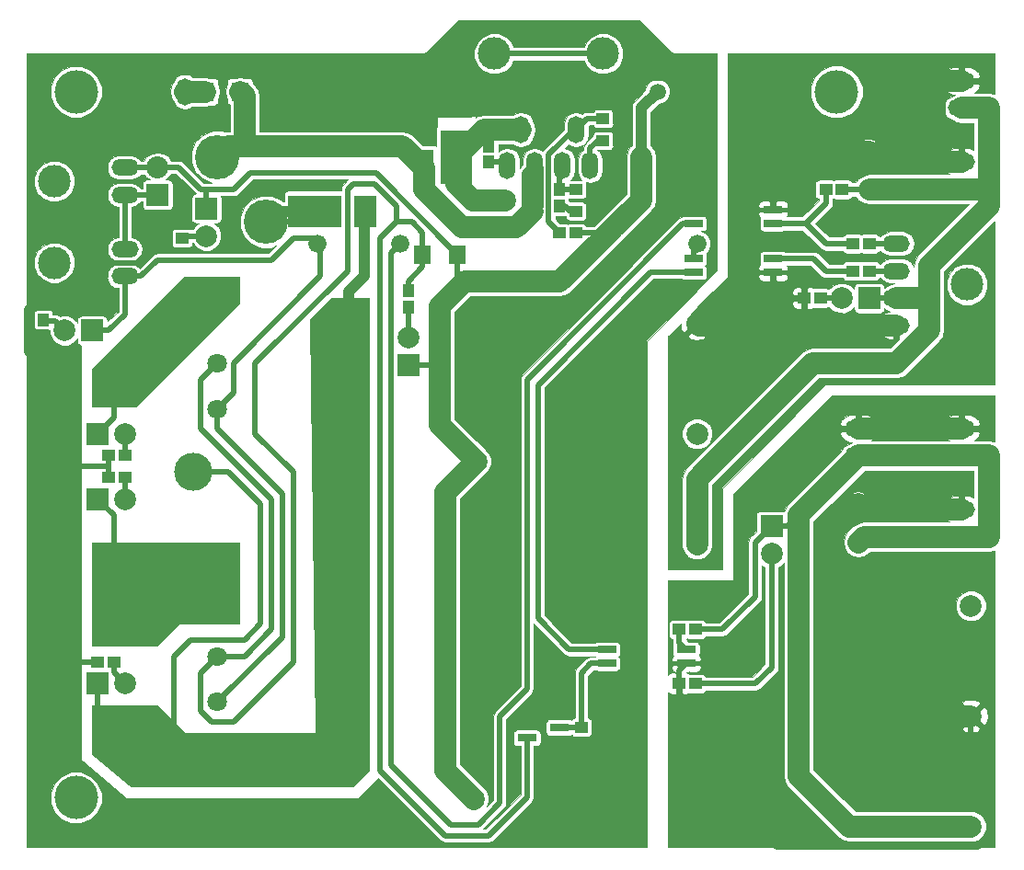
<source format=gbr>
G04 #@! TF.FileFunction,Copper,L2,Bot,Signal*
%FSLAX46Y46*%
G04 Gerber Fmt 4.6, Leading zero omitted, Abs format (unit mm)*
G04 Created by KiCad (PCBNEW 4.0.6) date 03/31/17 11:01:45*
%MOMM*%
%LPD*%
G01*
G04 APERTURE LIST*
%ADD10C,0.100000*%
%ADD11C,3.500000*%
%ADD12C,1.800000*%
%ADD13O,2.500000X1.500000*%
%ADD14C,3.000000*%
%ADD15R,1.800000X1.600000*%
%ADD16R,1.300000X1.300000*%
%ADD17C,1.300000*%
%ADD18R,2.000000X2.000000*%
%ADD19C,2.000000*%
%ADD20C,4.064000*%
%ADD21R,2.032000X2.032000*%
%ADD22O,2.032000X2.032000*%
%ADD23R,1.800860X0.800100*%
%ADD24R,2.000000X3.000000*%
%ADD25R,5.000000X3.000000*%
%ADD26R,1.700000X0.650000*%
%ADD27R,3.000000X2.000000*%
%ADD28R,3.000000X5.000000*%
%ADD29R,1.600000X1.800000*%
%ADD30O,1.501140X2.499360*%
%ADD31C,1.998980*%
%ADD32R,1.150000X1.000000*%
%ADD33R,1.000000X1.150000*%
%ADD34O,1.500000X2.500000*%
%ADD35C,1.676400*%
%ADD36C,4.000000*%
%ADD37C,1.500000*%
%ADD38C,0.600000*%
%ADD39C,2.000000*%
%ADD40C,0.500000*%
%ADD41C,1.000000*%
%ADD42C,0.250000*%
%ADD43C,0.026000*%
G04 APERTURE END LIST*
D10*
D11*
X18000000Y-50000000D03*
D12*
X18000000Y-60200000D03*
X18000000Y-56000000D03*
D11*
X15800000Y-66000000D03*
X30100000Y-52300000D03*
X30100000Y-63300000D03*
X18000000Y-23000000D03*
D12*
X18000000Y-33200000D03*
X18000000Y-29000000D03*
D11*
X15800000Y-39000000D03*
X30100000Y-25300000D03*
X30100000Y-36300000D03*
D13*
X9500000Y-11000000D03*
X9500000Y-13500000D03*
D14*
X3000000Y-12250000D03*
D15*
X37000000Y-10100000D03*
X37000000Y-6900000D03*
D16*
X57000000Y-10000000D03*
D17*
X62000000Y-10000000D03*
D18*
X17000000Y-14750000D03*
D19*
X17000000Y-17290000D03*
D18*
X78000000Y-23000000D03*
D19*
X75460000Y-23000000D03*
D18*
X7000000Y-35500000D03*
D19*
X9540000Y-35500000D03*
D18*
X7000000Y-58500000D03*
D19*
X9540000Y-58500000D03*
D18*
X7000000Y-41500000D03*
D19*
X9540000Y-41500000D03*
D18*
X69000000Y-44000000D03*
D19*
X69000000Y-46540000D03*
D20*
X8500000Y-31000000D03*
D13*
X9500000Y-18500000D03*
X9500000Y-21000000D03*
D14*
X3000000Y-19750000D03*
D20*
X3500000Y-47500000D03*
X22500000Y-16000000D03*
X18000000Y-10000000D03*
D21*
X12500000Y-13500000D03*
D22*
X12500000Y-10960000D03*
D20*
X8500000Y-47500000D03*
X3500000Y-31000000D03*
X8500000Y-63500000D03*
X3500000Y-63500000D03*
D17*
X77000000Y-42000000D03*
D16*
X77000000Y-45500000D03*
D17*
X78000000Y-9500000D03*
D16*
X78000000Y-13000000D03*
X24500000Y-9000000D03*
D17*
X24500000Y-4000000D03*
D16*
X35000000Y-9000000D03*
D17*
X35000000Y-4000000D03*
D13*
X86500000Y-5500000D03*
X86500000Y-3000000D03*
X86500000Y-37500000D03*
X86500000Y-35000000D03*
D20*
X8500000Y-53000000D03*
X3500000Y-53000000D03*
X3500000Y-38500000D03*
D13*
X80500000Y-25500000D03*
X80500000Y-23000000D03*
X80500000Y-20500000D03*
X80500000Y-18000000D03*
D14*
X87000000Y-21750000D03*
D23*
X49501140Y-62550000D03*
X49501140Y-64450000D03*
X46498860Y-63500000D03*
D24*
X31600000Y-15000000D03*
D25*
X27000000Y-15000000D03*
D13*
X86500000Y-13000000D03*
X86500000Y-10500000D03*
D26*
X61150000Y-55365000D03*
X61150000Y-56635000D03*
X53850000Y-56635000D03*
X53850000Y-55365000D03*
X69150000Y-19365000D03*
X69150000Y-20635000D03*
X61850000Y-20635000D03*
X61850000Y-19365000D03*
X61850000Y-16135000D03*
X61850000Y-14865000D03*
X69150000Y-14865000D03*
X69150000Y-16135000D03*
D27*
X40000000Y-5400000D03*
D28*
X40000000Y-10000000D03*
D29*
X40100000Y-19000000D03*
X36900000Y-19000000D03*
D30*
X48500000Y-7500000D03*
X45960000Y-7500000D03*
X51040000Y-7500000D03*
X44690000Y-10800000D03*
X47230000Y-10800000D03*
X49770000Y-10800000D03*
X52310000Y-10800000D03*
D19*
X41840000Y-38040000D03*
X41840000Y-32960000D03*
X41840000Y-25340000D03*
X62160000Y-25340000D03*
X62160000Y-35500000D03*
X62160000Y-45660000D03*
X41640000Y-69120000D03*
X41640000Y-64040000D03*
X41640000Y-53880000D03*
X87360000Y-51340000D03*
X87360000Y-61500000D03*
X87360000Y-71660000D03*
D31*
X44500000Y-14000000D03*
X44500000Y-21500000D03*
D14*
X43500000Y-500000D03*
X53500000Y-500000D03*
D18*
X6500000Y-26000000D03*
D19*
X3960000Y-26000000D03*
D18*
X35560000Y-29210000D03*
D19*
X35560000Y-26670000D03*
D32*
X14750000Y-17500000D03*
X13250000Y-17500000D03*
D33*
X43000000Y-9000000D03*
X43000000Y-10500000D03*
D32*
X55000000Y-8500000D03*
X53500000Y-8500000D03*
X51000000Y-13000000D03*
X52500000Y-13000000D03*
X51000000Y-15000000D03*
X52500000Y-15000000D03*
X49500000Y-17000000D03*
X51000000Y-17000000D03*
X55000000Y-6500000D03*
X53500000Y-6500000D03*
D33*
X2000000Y-25000000D03*
X2000000Y-26500000D03*
D32*
X73500000Y-23000000D03*
X72000000Y-23000000D03*
D33*
X35560000Y-23860000D03*
X35560000Y-22360000D03*
X49500000Y-13000000D03*
X49500000Y-14500000D03*
D32*
X51500000Y-62500000D03*
X53000000Y-62500000D03*
X74000000Y-13000000D03*
X75500000Y-13000000D03*
X78000000Y-18000000D03*
X76500000Y-18000000D03*
X9500000Y-37500000D03*
X8000000Y-37500000D03*
X8500000Y-56500000D03*
X7000000Y-56500000D03*
X9500000Y-39500000D03*
X8000000Y-39500000D03*
X62000000Y-53500000D03*
X60500000Y-53500000D03*
X78000000Y-20500000D03*
X76500000Y-20500000D03*
X62000000Y-58500000D03*
X60500000Y-58500000D03*
D13*
X86500000Y-45000000D03*
X86500000Y-42500000D03*
X77000000Y-37500000D03*
X77000000Y-35000000D03*
D29*
X20100000Y-4000000D03*
X16900000Y-4000000D03*
D34*
X15000000Y-4000000D03*
X12500000Y-4000000D03*
D35*
X27190000Y-18000000D03*
X34810000Y-18000000D03*
X62180177Y-17986101D03*
X54819823Y-16013899D03*
D36*
X75000000Y-4000000D03*
X5000000Y-69000000D03*
X5000000Y-4000000D03*
D37*
X58500000Y-2000000D03*
X58500000Y-4000000D03*
D38*
X81500000Y-35000000D03*
X81500000Y-42500000D03*
D39*
X58500000Y-2000000D02*
X57500000Y-2000000D01*
X60000000Y-2000000D02*
X62000000Y-4000000D01*
X62000000Y-10000000D02*
X62000000Y-4000000D01*
X58500000Y-2000000D02*
X60000000Y-2000000D01*
X57500000Y-2000000D02*
X55000000Y-4500000D01*
X62000000Y-10000000D02*
X62000000Y-12500000D01*
X62000000Y-12500000D02*
X59500000Y-15000000D01*
D40*
X53000000Y-62500000D02*
X53000000Y-64000000D01*
X52550000Y-64450000D02*
X49501140Y-64450000D01*
X53000000Y-64000000D02*
X52550000Y-64450000D01*
X13250000Y-17500000D02*
X11000000Y-19750000D01*
X11000000Y-19750000D02*
X7000000Y-19750000D01*
X7000000Y-19750000D02*
X7250000Y-19750000D01*
X7250000Y-19750000D02*
X7000000Y-19750000D01*
X1500000Y-23000000D02*
X500000Y-24000000D01*
D39*
X7000000Y-10000000D02*
X7000000Y-19750000D01*
X7000000Y-19750000D02*
X7000000Y-21000000D01*
X7000000Y-21000000D02*
X5000000Y-23000000D01*
X5000000Y-23000000D02*
X1500000Y-23000000D01*
X12500000Y-4500000D02*
X7000000Y-10000000D01*
D40*
X500000Y-24000000D02*
X500000Y-27000000D01*
D39*
X12500000Y-4000000D02*
X12500000Y-4500000D01*
X12500000Y-4000000D02*
X12500000Y-2500000D01*
X22000000Y-1500000D02*
X24500000Y-4000000D01*
X13500000Y-1500000D02*
X22000000Y-1500000D01*
X12500000Y-2500000D02*
X13500000Y-1500000D01*
X41840000Y-25340000D02*
X49160000Y-25340000D01*
X49160000Y-25340000D02*
X59500000Y-15000000D01*
X41840000Y-32960000D02*
X41840000Y-25340000D01*
X41640000Y-53880000D02*
X41640000Y-42360000D01*
X44500000Y-35620000D02*
X41840000Y-32960000D01*
X44500000Y-39500000D02*
X44500000Y-35620000D01*
X41640000Y-42360000D02*
X44500000Y-39500000D01*
X41640000Y-64040000D02*
X41640000Y-53880000D01*
D40*
X3500000Y-56500000D02*
X3500000Y-63500000D01*
X7000000Y-56500000D02*
X3500000Y-56500000D01*
X8000000Y-38500000D02*
X3500000Y-38500000D01*
X8000000Y-37500000D02*
X8000000Y-38500000D01*
X8000000Y-38500000D02*
X8000000Y-39500000D01*
X55000000Y-6500000D02*
X55000000Y-4500000D01*
X55000000Y-4500000D02*
X55000000Y-5500000D01*
X55000000Y-5500000D02*
X55000000Y-4500000D01*
X55000000Y-8500000D02*
X55000000Y-6500000D01*
X52500000Y-13000000D02*
X54000000Y-13000000D01*
X55000000Y-12000000D02*
X55000000Y-8500000D01*
X54000000Y-13000000D02*
X55000000Y-12000000D01*
X52500000Y-15000000D02*
X52500000Y-13000000D01*
X61850000Y-14865000D02*
X59635000Y-14865000D01*
X59635000Y-14865000D02*
X59500000Y-15000000D01*
X2000000Y-26900000D02*
X1900000Y-27000000D01*
X1900000Y-27000000D02*
X500000Y-27000000D01*
X500000Y-28000000D02*
X3500000Y-31000000D01*
X500000Y-27000000D02*
X500000Y-28000000D01*
D39*
X35000000Y-4000000D02*
X36400000Y-5400000D01*
X36400000Y-5400000D02*
X40000000Y-5400000D01*
X24500000Y-4000000D02*
X35000000Y-4000000D01*
X40000000Y-5400000D02*
X40900000Y-4500000D01*
X40900000Y-4500000D02*
X47500000Y-4500000D01*
X55000000Y-4500000D02*
X47500000Y-4500000D01*
X48500000Y-5500000D02*
X48500000Y-7500000D01*
X47500000Y-4500000D02*
X48500000Y-5500000D01*
D40*
X3500000Y-39000000D02*
X3500000Y-38500000D01*
X3500000Y-39000000D02*
X3500000Y-41000000D01*
X3500000Y-56500000D02*
X3500000Y-50000000D01*
X3500000Y-50000000D02*
X3500000Y-41000000D01*
X3500000Y-38500000D02*
X3500000Y-31000000D01*
D41*
X31600000Y-15000000D02*
X31500000Y-15100000D01*
X31500000Y-15100000D02*
X31500000Y-21000000D01*
X31500000Y-21000000D02*
X30100000Y-22400000D01*
X30100000Y-22400000D02*
X30100000Y-25300000D01*
D40*
X15800000Y-66000000D02*
X14000000Y-64200000D01*
X14000000Y-56000000D02*
X15500000Y-54500000D01*
X14000000Y-64200000D02*
X14000000Y-56000000D01*
X20500000Y-54500000D02*
X15500000Y-54500000D01*
X22000000Y-53000000D02*
X20500000Y-54500000D01*
X22000000Y-42000000D02*
X22000000Y-53000000D01*
X19000000Y-39000000D02*
X22000000Y-42000000D01*
X15800000Y-39000000D02*
X19000000Y-39000000D01*
X7000000Y-58500000D02*
X7000000Y-62000000D01*
X7000000Y-62000000D02*
X8500000Y-63500000D01*
D39*
X20100000Y-4000000D02*
X20500000Y-4400000D01*
X20500000Y-4400000D02*
X20500000Y-9000000D01*
X18000000Y-10000000D02*
X19000000Y-9000000D01*
X19000000Y-9000000D02*
X20500000Y-9000000D01*
X20500000Y-9000000D02*
X24500000Y-9000000D01*
D42*
X37000000Y-10100000D02*
X37000000Y-11000000D01*
X37000000Y-11000000D02*
X37000000Y-12000000D01*
X37000000Y-12000000D02*
X37000000Y-11000000D01*
D39*
X45500000Y-16500000D02*
X47000000Y-15000000D01*
D41*
X46500000Y-15500000D02*
X45500000Y-16500000D01*
X47230000Y-10800000D02*
X46500000Y-11530000D01*
X46500000Y-11530000D02*
X46500000Y-15500000D01*
X47230000Y-10800000D02*
X47500000Y-11070000D01*
X47500000Y-11070000D02*
X47500000Y-14500000D01*
X47500000Y-14500000D02*
X46500000Y-15500000D01*
X47230000Y-10800000D02*
X47000000Y-11030000D01*
D39*
X35000000Y-9000000D02*
X37000000Y-11000000D01*
X37000000Y-11000000D02*
X37000000Y-11000000D01*
X37000000Y-11000000D02*
X37000000Y-13000000D01*
X37000000Y-13000000D02*
X40500000Y-16500000D01*
X40500000Y-16500000D02*
X45500000Y-16500000D01*
X35000000Y-9000000D02*
X24500000Y-9000000D01*
D40*
X53500000Y-8500000D02*
X53000000Y-8500000D01*
X53000000Y-8500000D02*
X52310000Y-9190000D01*
X52310000Y-9190000D02*
X52310000Y-10800000D01*
X14750000Y-17500000D02*
X14960000Y-17290000D01*
X14960000Y-17290000D02*
X17000000Y-17290000D01*
D39*
X15000000Y-4000000D02*
X16900000Y-4000000D01*
D40*
X75460000Y-23000000D02*
X73500000Y-23000000D01*
D41*
X27000000Y-15000000D02*
X23500000Y-15000000D01*
X23500000Y-15000000D02*
X22500000Y-16000000D01*
D40*
X7000000Y-35500000D02*
X8500000Y-34000000D01*
X8500000Y-34000000D02*
X8500000Y-31000000D01*
X9540000Y-35500000D02*
X9500000Y-35540000D01*
X9500000Y-35540000D02*
X9500000Y-37500000D01*
X8500000Y-56500000D02*
X8500000Y-57460000D01*
X8500000Y-57460000D02*
X9540000Y-58500000D01*
D41*
X57000000Y-10000000D02*
X57000000Y-5500000D01*
X57000000Y-5500000D02*
X58500000Y-4000000D01*
D40*
X19500000Y-13000000D02*
X21000000Y-11500000D01*
X32600000Y-11500000D02*
X40100000Y-19000000D01*
X21000000Y-11500000D02*
X32600000Y-11500000D01*
X17000000Y-14750000D02*
X17000000Y-13000000D01*
X12500000Y-10960000D02*
X14460000Y-10960000D01*
X16500000Y-13000000D02*
X17000000Y-13000000D01*
X17000000Y-13000000D02*
X19500000Y-13000000D01*
X14460000Y-10960000D02*
X16500000Y-13000000D01*
X35560000Y-29210000D02*
X38500000Y-29210000D01*
X38000000Y-29000000D02*
X38500000Y-29000000D01*
X38290000Y-29000000D02*
X38000000Y-29000000D01*
X38500000Y-29210000D02*
X38290000Y-29000000D01*
D39*
X41840000Y-38040000D02*
X39000000Y-40880000D01*
X39000000Y-66480000D02*
X41640000Y-69120000D01*
X39000000Y-40880000D02*
X39000000Y-66480000D01*
X41840000Y-38040000D02*
X38500000Y-34700000D01*
X38500000Y-23730000D02*
X40730000Y-21500000D01*
X38500000Y-34700000D02*
X38500000Y-29000000D01*
X38500000Y-29000000D02*
X38500000Y-23730000D01*
D40*
X51000000Y-17000000D02*
X54000000Y-17000000D01*
X53000000Y-17000000D02*
X53000000Y-18000000D01*
X54000000Y-17000000D02*
X53000000Y-17000000D01*
X40100000Y-19000000D02*
X40100000Y-20870000D01*
X40100000Y-20870000D02*
X40730000Y-21500000D01*
D39*
X44500000Y-21500000D02*
X49500000Y-21500000D01*
X49500000Y-21500000D02*
X53000000Y-18000000D01*
X53000000Y-18000000D02*
X54500000Y-16500000D01*
X40730000Y-21500000D02*
X44500000Y-21500000D01*
D40*
X12500000Y-10960000D02*
X12960000Y-10500000D01*
X13040000Y-10960000D02*
X12500000Y-10960000D01*
D39*
X57000000Y-10000000D02*
X57000000Y-14000000D01*
D40*
X9500000Y-11000000D02*
X12460000Y-11000000D01*
X12460000Y-11000000D02*
X12500000Y-10960000D01*
D39*
X56000000Y-15000000D02*
X54500000Y-16500000D01*
X57000000Y-14000000D02*
X56000000Y-15000000D01*
D40*
X7000000Y-41500000D02*
X8500000Y-43000000D01*
X8500000Y-43000000D02*
X8500000Y-47500000D01*
X8500000Y-47500000D02*
X8500000Y-53000000D01*
X9540000Y-41500000D02*
X9500000Y-41460000D01*
X9500000Y-41460000D02*
X9500000Y-39500000D01*
X62000000Y-58500000D02*
X67500000Y-58500000D01*
X69000000Y-57000000D02*
X69000000Y-46540000D01*
X67500000Y-58500000D02*
X69000000Y-57000000D01*
X60500000Y-53500000D02*
X60500000Y-54715000D01*
X60500000Y-54715000D02*
X61150000Y-55365000D01*
X76500000Y-20500000D02*
X74000000Y-20500000D01*
X72865000Y-19365000D02*
X69150000Y-19365000D01*
X74000000Y-20500000D02*
X72865000Y-19365000D01*
X18000000Y-33200000D02*
X18000000Y-35000000D01*
X18000000Y-35000000D02*
X24000000Y-41000000D01*
X6500000Y-26000000D02*
X8000000Y-26000000D01*
X9500000Y-24500000D02*
X9500000Y-21000000D01*
X8000000Y-26000000D02*
X9500000Y-24500000D01*
X9500000Y-21000000D02*
X11000000Y-21000000D01*
X11000000Y-21000000D02*
X12500000Y-19500000D01*
X12500000Y-19500000D02*
X23000000Y-19500000D01*
X19500000Y-31700000D02*
X18000000Y-33200000D01*
X18000000Y-60200000D02*
X24000000Y-54200000D01*
X24000000Y-54200000D02*
X24000000Y-41000000D01*
X25000000Y-17500000D02*
X27500000Y-17500000D01*
X23000000Y-19500000D02*
X25000000Y-17500000D01*
X27500000Y-17500000D02*
X27500000Y-21000000D01*
X19500000Y-29000000D02*
X19500000Y-31700000D01*
X27500000Y-21000000D02*
X19500000Y-29000000D01*
X34500000Y-16000000D02*
X33000000Y-17500000D01*
X33000000Y-17500000D02*
X33000000Y-19500000D01*
X18000000Y-56000000D02*
X16500000Y-57500000D01*
X34500000Y-14500000D02*
X32500000Y-12500000D01*
X32500000Y-12500000D02*
X30500000Y-12500000D01*
X30500000Y-12500000D02*
X30000000Y-13000000D01*
X30000000Y-13000000D02*
X30000000Y-20500000D01*
X30000000Y-20500000D02*
X21500000Y-29000000D01*
X21500000Y-29000000D02*
X21500000Y-35500000D01*
X21500000Y-35500000D02*
X25000000Y-39000000D01*
X25000000Y-39000000D02*
X25000000Y-56500000D01*
X25000000Y-56500000D02*
X19500000Y-62000000D01*
X19500000Y-62000000D02*
X17500000Y-62000000D01*
X34500000Y-14500000D02*
X34500000Y-16000000D01*
X16500000Y-61000000D02*
X17500000Y-62000000D01*
X16500000Y-57500000D02*
X16500000Y-61000000D01*
X33000000Y-22000000D02*
X33000000Y-19500000D01*
X46498860Y-69001140D02*
X43000000Y-72500000D01*
X43000000Y-72500000D02*
X39000000Y-72500000D01*
X39000000Y-72500000D02*
X33000000Y-66500000D01*
X33000000Y-66500000D02*
X33000000Y-22000000D01*
X46498860Y-63500000D02*
X46498860Y-69001140D01*
X36900000Y-17000000D02*
X36900000Y-19000000D01*
X34500000Y-16000000D02*
X35900000Y-16000000D01*
X35900000Y-16000000D02*
X36900000Y-17000000D01*
X35560000Y-22360000D02*
X35560000Y-21440000D01*
X36900000Y-20100000D02*
X36900000Y-19000000D01*
X35560000Y-21440000D02*
X36900000Y-20100000D01*
X18000000Y-56000000D02*
X20500000Y-56000000D01*
X23000000Y-53500000D02*
X23000000Y-51000000D01*
X20500000Y-56000000D02*
X23000000Y-53500000D01*
X23000000Y-51000000D02*
X23000000Y-41500000D01*
X23000000Y-41500000D02*
X16500000Y-35000000D01*
X16500000Y-35000000D02*
X16500000Y-30500000D01*
X16500000Y-30500000D02*
X18000000Y-29000000D01*
X69000000Y-44000000D02*
X70500000Y-44000000D01*
X70500000Y-44000000D02*
X71500000Y-43000000D01*
X62000000Y-53500000D02*
X64500000Y-53500000D01*
X67500000Y-45500000D02*
X69000000Y-44000000D01*
X67500000Y-50500000D02*
X67500000Y-45500000D01*
X64500000Y-53500000D02*
X67500000Y-50500000D01*
D39*
X87360000Y-71660000D02*
X76160000Y-71660000D01*
X76160000Y-71660000D02*
X71500000Y-67000000D01*
X71500000Y-67000000D02*
X71500000Y-43000000D01*
X71500000Y-43000000D02*
X77000000Y-37500000D01*
X86500000Y-45000000D02*
X77500000Y-45000000D01*
X77500000Y-45000000D02*
X77000000Y-45500000D01*
X86500000Y-37500000D02*
X77000000Y-37500000D01*
X86500000Y-37500000D02*
X89000000Y-37500000D01*
X89000000Y-45000000D02*
X86500000Y-45000000D01*
X89000000Y-37500000D02*
X89000000Y-45000000D01*
D40*
X74000000Y-13000000D02*
X74000000Y-14270000D01*
X74000000Y-14270000D02*
X72135000Y-16135000D01*
X76500000Y-18000000D02*
X74000000Y-18000000D01*
X72135000Y-16135000D02*
X69150000Y-16135000D01*
X74000000Y-18000000D02*
X72135000Y-16135000D01*
X51500000Y-62500000D02*
X51500000Y-57500000D01*
X52365000Y-56635000D02*
X53850000Y-56635000D01*
X51500000Y-57500000D02*
X52365000Y-56635000D01*
X51500000Y-62500000D02*
X49551140Y-62500000D01*
X49551140Y-62500000D02*
X49501140Y-62550000D01*
X80500000Y-20500000D02*
X78000000Y-20500000D01*
X43000000Y-9000000D02*
X43000000Y-8000000D01*
X43000000Y-8000000D02*
X42500000Y-7500000D01*
D39*
X42500000Y-7500000D02*
X42500000Y-7500000D01*
X45960000Y-7500000D02*
X42500000Y-7500000D01*
X42500000Y-7500000D02*
X40000000Y-10000000D01*
X40000000Y-12500000D02*
X40000000Y-10000000D01*
X44500000Y-14000000D02*
X41500000Y-14000000D01*
X41500000Y-14000000D02*
X40000000Y-12500000D01*
D40*
X43000000Y-10500000D02*
X44390000Y-10500000D01*
X44390000Y-10500000D02*
X44690000Y-10800000D01*
X44590000Y-10900000D02*
X44690000Y-10800000D01*
X49500000Y-13000000D02*
X51000000Y-13000000D01*
X49500000Y-13000000D02*
X49500000Y-11070000D01*
X49500000Y-11070000D02*
X49770000Y-10800000D01*
X49770000Y-11370000D02*
X49770000Y-10800000D01*
X49500000Y-11070000D02*
X49770000Y-10800000D01*
X50000000Y-11030000D02*
X49770000Y-10800000D01*
X51000000Y-13100000D02*
X51100000Y-13000000D01*
X51000000Y-15000000D02*
X50500000Y-15000000D01*
X50500000Y-15000000D02*
X50000000Y-14500000D01*
X50000000Y-14500000D02*
X49500000Y-14500000D01*
X51000000Y-14900000D02*
X51100000Y-15000000D01*
X51040000Y-7500000D02*
X50800000Y-7500000D01*
X50800000Y-7500000D02*
X48500000Y-9800000D01*
X48500000Y-16000000D02*
X49500000Y-17000000D01*
X48500000Y-9800000D02*
X48500000Y-16000000D01*
X51040000Y-7500000D02*
X52040000Y-6500000D01*
X52040000Y-6500000D02*
X53500000Y-6500000D01*
X51040000Y-7500000D02*
X50800000Y-7500000D01*
X34810000Y-18000000D02*
X34000000Y-18810000D01*
X34000000Y-18810000D02*
X34000000Y-21000000D01*
X34000000Y-21000000D02*
X34000000Y-22500000D01*
X61850000Y-16135000D02*
X60865000Y-16135000D01*
X34000000Y-66000000D02*
X34000000Y-22500000D01*
X39500000Y-71500000D02*
X34000000Y-66000000D01*
X42000000Y-71500000D02*
X39500000Y-71500000D01*
X44000000Y-69500000D02*
X42000000Y-71500000D01*
X44000000Y-61500000D02*
X44000000Y-69500000D01*
X46500000Y-59000000D02*
X44000000Y-61500000D01*
X46500000Y-30500000D02*
X46500000Y-59000000D01*
X60865000Y-16135000D02*
X46500000Y-30500000D01*
X9500000Y-13500000D02*
X9500000Y-18500000D01*
X9500000Y-13500000D02*
X12500000Y-13500000D01*
X43500000Y-500000D02*
X53500000Y-500000D01*
X72000000Y-23000000D02*
X72000000Y-25500000D01*
D39*
X62160000Y-25340000D02*
X62320000Y-25500000D01*
X62320000Y-25500000D02*
X72000000Y-25500000D01*
X72000000Y-25500000D02*
X80500000Y-25500000D01*
X84000000Y-10500000D02*
X79000000Y-10500000D01*
X79000000Y-10500000D02*
X78000000Y-9500000D01*
X62160000Y-25340000D02*
X66000000Y-21500000D01*
X66000000Y-21500000D02*
X66000000Y-14500000D01*
X66000000Y-14500000D02*
X71000000Y-9500000D01*
X71000000Y-9500000D02*
X78000000Y-9500000D01*
X86500000Y-3000000D02*
X84000000Y-3000000D01*
X84000000Y-3000000D02*
X84000000Y-10500000D01*
X84000000Y-10500000D02*
X86500000Y-10500000D01*
X80500000Y-29000000D02*
X83500000Y-26000000D01*
X83500000Y-26000000D02*
X83500000Y-23000000D01*
X62160000Y-45660000D02*
X62160000Y-39640000D01*
X72800000Y-29000000D02*
X80500000Y-29000000D01*
X62160000Y-39640000D02*
X72800000Y-29000000D01*
D40*
X78000000Y-23000000D02*
X80500000Y-23000000D01*
X75500000Y-13000000D02*
X78000000Y-13000000D01*
D39*
X78000000Y-13000000D02*
X86500000Y-13000000D01*
X89000000Y-13000000D02*
X89000000Y-14500000D01*
X83500000Y-23000000D02*
X80500000Y-23000000D01*
X83500000Y-20000000D02*
X83500000Y-23000000D01*
X89000000Y-14500000D02*
X83500000Y-20000000D01*
X86500000Y-5500000D02*
X89000000Y-5500000D01*
X89000000Y-13000000D02*
X86500000Y-13000000D01*
X89000000Y-5500000D02*
X89000000Y-13000000D01*
D40*
X3960000Y-26000000D02*
X3060000Y-25100000D01*
X3060000Y-25100000D02*
X2000000Y-25100000D01*
X35560000Y-26670000D02*
X35560000Y-23860000D01*
X50365000Y-55365000D02*
X53850000Y-55365000D01*
X47500000Y-52500000D02*
X50365000Y-55365000D01*
X47500000Y-31000000D02*
X47500000Y-52500000D01*
X57865000Y-20635000D02*
X47500000Y-31000000D01*
X61850000Y-20635000D02*
X57865000Y-20635000D01*
X80500000Y-18000000D02*
X78000000Y-18000000D01*
X60500000Y-58500000D02*
X60500000Y-64500000D01*
X87360000Y-68860000D02*
X87360000Y-61500000D01*
X89000000Y-70500000D02*
X87360000Y-68860000D01*
X89000000Y-72500000D02*
X89000000Y-70500000D01*
X88000000Y-73500000D02*
X89000000Y-72500000D01*
X69500000Y-73500000D02*
X88000000Y-73500000D01*
X60500000Y-64500000D02*
X69500000Y-73500000D01*
X60500000Y-58500000D02*
X60500000Y-57285000D01*
X60500000Y-57285000D02*
X61150000Y-56635000D01*
D39*
X77000000Y-42000000D02*
X74000000Y-45000000D01*
X74000000Y-45000000D02*
X74000000Y-56500000D01*
X74000000Y-56500000D02*
X79000000Y-61500000D01*
X79000000Y-61500000D02*
X87360000Y-61500000D01*
X77000000Y-35000000D02*
X81500000Y-35000000D01*
X81500000Y-35000000D02*
X86500000Y-35000000D01*
X77000000Y-42000000D02*
X77500000Y-42500000D01*
X77500000Y-42500000D02*
X81500000Y-42500000D01*
X81500000Y-42500000D02*
X86500000Y-42500000D01*
D40*
X62180177Y-17986101D02*
X61850000Y-18316278D01*
X61850000Y-18316278D02*
X61850000Y-19365000D01*
D43*
G36*
X19987000Y-52987000D02*
X14500000Y-52987000D01*
X14494942Y-52988024D01*
X14490808Y-52990808D01*
X12494616Y-54987000D01*
X6513000Y-54987000D01*
X6513000Y-45513000D01*
X19987000Y-45513000D01*
X19987000Y-52987000D01*
X19987000Y-52987000D01*
G37*
X19987000Y-52987000D02*
X14500000Y-52987000D01*
X14494942Y-52988024D01*
X14490808Y-52990808D01*
X12494616Y-54987000D01*
X6513000Y-54987000D01*
X6513000Y-45513000D01*
X19987000Y-45513000D01*
X19987000Y-52987000D01*
G36*
X19987000Y-23494616D02*
X10494616Y-32987000D01*
X6513000Y-32987000D01*
X6513000Y-29505384D01*
X15005384Y-21013000D01*
X19987000Y-21013000D01*
X19987000Y-23494616D01*
X19987000Y-23494616D01*
G37*
X19987000Y-23494616D02*
X10494616Y-32987000D01*
X6513000Y-32987000D01*
X6513000Y-29505384D01*
X15005384Y-21013000D01*
X19987000Y-21013000D01*
X19987000Y-23494616D01*
G36*
X31987000Y-66494616D02*
X30494616Y-67987000D01*
X10004808Y-67987000D01*
X6513000Y-64994021D01*
X6513000Y-60513000D01*
X12494616Y-60513000D01*
X14990808Y-63009192D01*
X14995108Y-63012045D01*
X15000000Y-63013000D01*
X27000000Y-63013000D01*
X27005058Y-63011976D01*
X27009319Y-63009065D01*
X27012111Y-63004725D01*
X27012999Y-62999829D01*
X26513071Y-25005313D01*
X28505384Y-23013000D01*
X31987000Y-23013000D01*
X31987000Y-66494616D01*
X31987000Y-66494616D01*
G37*
X31987000Y-66494616D02*
X30494616Y-67987000D01*
X10004808Y-67987000D01*
X6513000Y-64994021D01*
X6513000Y-60513000D01*
X12494616Y-60513000D01*
X14990808Y-63009192D01*
X14995108Y-63012045D01*
X15000000Y-63013000D01*
X27000000Y-63013000D01*
X27005058Y-63011976D01*
X27009319Y-63009065D01*
X27012111Y-63004725D01*
X27012999Y-62999829D01*
X26513071Y-25005313D01*
X28505384Y-23013000D01*
X31987000Y-23013000D01*
X31987000Y-66494616D01*
G36*
X89532000Y-4212822D02*
X89000000Y-4107000D01*
X87647187Y-4107000D01*
X87709046Y-4082024D01*
X88069146Y-3728320D01*
X88194877Y-3433254D01*
X88115002Y-3241000D01*
X86741000Y-3241000D01*
X86741000Y-3261000D01*
X86259000Y-3261000D01*
X86259000Y-3241000D01*
X84884998Y-3241000D01*
X84805123Y-3433254D01*
X84930854Y-3728320D01*
X85290954Y-4082024D01*
X85759000Y-4271000D01*
X85880173Y-4271000D01*
X85659758Y-4418276D01*
X85530405Y-4444006D01*
X85159589Y-4691777D01*
X84911818Y-5062593D01*
X84824812Y-5500000D01*
X84911818Y-5937407D01*
X85159589Y-6308223D01*
X85530405Y-6555994D01*
X85659758Y-6581724D01*
X85966922Y-6786964D01*
X86500000Y-6893000D01*
X87607000Y-6893000D01*
X87607000Y-9376774D01*
X87241000Y-9229000D01*
X86741000Y-9229000D01*
X86741000Y-10259000D01*
X86761000Y-10259000D01*
X86761000Y-10741000D01*
X86741000Y-10741000D01*
X86741000Y-10761000D01*
X86259000Y-10761000D01*
X86259000Y-10741000D01*
X84884998Y-10741000D01*
X84805123Y-10933254D01*
X84930854Y-11228320D01*
X85290954Y-11582024D01*
X85352813Y-11607000D01*
X78000000Y-11607000D01*
X77466922Y-11713036D01*
X77015000Y-12015000D01*
X76786483Y-12357000D01*
X76448792Y-12357000D01*
X76448296Y-12354363D01*
X76362224Y-12220604D01*
X76230894Y-12130870D01*
X76075000Y-12099301D01*
X74925000Y-12099301D01*
X74779363Y-12126704D01*
X74751262Y-12144787D01*
X74730894Y-12130870D01*
X74575000Y-12099301D01*
X73425000Y-12099301D01*
X73279363Y-12126704D01*
X73145604Y-12212776D01*
X73055870Y-12344106D01*
X73024301Y-12500000D01*
X73024301Y-13500000D01*
X73051704Y-13645637D01*
X73137776Y-13779396D01*
X73269106Y-13869130D01*
X73357000Y-13886929D01*
X73357000Y-14003661D01*
X71868660Y-15492000D01*
X70434805Y-15492000D01*
X70441682Y-15485123D01*
X70521000Y-15293634D01*
X70521000Y-15157750D01*
X70390750Y-15027500D01*
X69391000Y-15027500D01*
X69391000Y-15126000D01*
X68909000Y-15126000D01*
X68909000Y-15027500D01*
X67909250Y-15027500D01*
X67779000Y-15157750D01*
X67779000Y-15293634D01*
X67858318Y-15485123D01*
X67970013Y-15596818D01*
X67930870Y-15654106D01*
X67899301Y-15810000D01*
X67899301Y-16460000D01*
X67926704Y-16605637D01*
X68012776Y-16739396D01*
X68144106Y-16829130D01*
X68300000Y-16860699D01*
X70000000Y-16860699D01*
X70145637Y-16833296D01*
X70231569Y-16778000D01*
X71868660Y-16778000D01*
X73545328Y-18454667D01*
X73545330Y-18454670D01*
X73753935Y-18594055D01*
X74000000Y-18643000D01*
X75551208Y-18643000D01*
X75551704Y-18645637D01*
X75637776Y-18779396D01*
X75769106Y-18869130D01*
X75925000Y-18900699D01*
X77075000Y-18900699D01*
X77220637Y-18873296D01*
X77248738Y-18855213D01*
X77269106Y-18869130D01*
X77425000Y-18900699D01*
X78575000Y-18900699D01*
X78720637Y-18873296D01*
X78854396Y-18787224D01*
X78944130Y-18655894D01*
X78946741Y-18643000D01*
X79049191Y-18643000D01*
X79159589Y-18808223D01*
X79530405Y-19055994D01*
X79967812Y-19143000D01*
X81032188Y-19143000D01*
X81469595Y-19055994D01*
X81840411Y-18808223D01*
X82088182Y-18437407D01*
X82175188Y-18000000D01*
X82088182Y-17562593D01*
X81840411Y-17191777D01*
X81469595Y-16944006D01*
X81032188Y-16857000D01*
X79967812Y-16857000D01*
X79530405Y-16944006D01*
X79159589Y-17191777D01*
X79049191Y-17357000D01*
X78948792Y-17357000D01*
X78948296Y-17354363D01*
X78862224Y-17220604D01*
X78730894Y-17130870D01*
X78575000Y-17099301D01*
X77425000Y-17099301D01*
X77279363Y-17126704D01*
X77251262Y-17144787D01*
X77230894Y-17130870D01*
X77075000Y-17099301D01*
X75925000Y-17099301D01*
X75779363Y-17126704D01*
X75645604Y-17212776D01*
X75555870Y-17344106D01*
X75553259Y-17357000D01*
X74266339Y-17357000D01*
X73044340Y-16135000D01*
X74454667Y-14724672D01*
X74454670Y-14724670D01*
X74594055Y-14516065D01*
X74643000Y-14270000D01*
X74643000Y-13887904D01*
X74720637Y-13873296D01*
X74748738Y-13855213D01*
X74769106Y-13869130D01*
X74925000Y-13900699D01*
X76075000Y-13900699D01*
X76220637Y-13873296D01*
X76354396Y-13787224D01*
X76444130Y-13655894D01*
X76446741Y-13643000D01*
X76786483Y-13643000D01*
X77015000Y-13985000D01*
X77466922Y-14286964D01*
X78000000Y-14393000D01*
X87137001Y-14393000D01*
X82515000Y-19015000D01*
X82213036Y-19466922D01*
X82107000Y-20000000D01*
X82107000Y-20157197D01*
X82088182Y-20062593D01*
X81840411Y-19691777D01*
X81469595Y-19444006D01*
X81032188Y-19357000D01*
X79967812Y-19357000D01*
X79530405Y-19444006D01*
X79159589Y-19691777D01*
X79049191Y-19857000D01*
X78948792Y-19857000D01*
X78948296Y-19854363D01*
X78862224Y-19720604D01*
X78730894Y-19630870D01*
X78575000Y-19599301D01*
X77425000Y-19599301D01*
X77279363Y-19626704D01*
X77251262Y-19644787D01*
X77230894Y-19630870D01*
X77075000Y-19599301D01*
X75925000Y-19599301D01*
X75779363Y-19626704D01*
X75645604Y-19712776D01*
X75555870Y-19844106D01*
X75553259Y-19857000D01*
X74266339Y-19857000D01*
X73319670Y-18910330D01*
X73111066Y-18770945D01*
X72865000Y-18722000D01*
X70230725Y-18722000D01*
X70155894Y-18670870D01*
X70000000Y-18639301D01*
X68300000Y-18639301D01*
X68154363Y-18666704D01*
X68020604Y-18752776D01*
X67930870Y-18884106D01*
X67899301Y-19040000D01*
X67899301Y-19690000D01*
X67926704Y-19835637D01*
X67970107Y-19903088D01*
X67858318Y-20014877D01*
X67779000Y-20206366D01*
X67779000Y-20342250D01*
X67909250Y-20472500D01*
X68909000Y-20472500D01*
X68909000Y-20374000D01*
X69391000Y-20374000D01*
X69391000Y-20472500D01*
X70390750Y-20472500D01*
X70521000Y-20342250D01*
X70521000Y-20206366D01*
X70441682Y-20014877D01*
X70434805Y-20008000D01*
X72598660Y-20008000D01*
X73545328Y-20954667D01*
X73545330Y-20954670D01*
X73753935Y-21094055D01*
X74000000Y-21143000D01*
X75551208Y-21143000D01*
X75551704Y-21145637D01*
X75637776Y-21279396D01*
X75769106Y-21369130D01*
X75925000Y-21400699D01*
X77075000Y-21400699D01*
X77220637Y-21373296D01*
X77248738Y-21355213D01*
X77269106Y-21369130D01*
X77425000Y-21400699D01*
X78575000Y-21400699D01*
X78720637Y-21373296D01*
X78854396Y-21287224D01*
X78944130Y-21155894D01*
X78946741Y-21143000D01*
X79049191Y-21143000D01*
X79159589Y-21308223D01*
X79530405Y-21555994D01*
X79967812Y-21643000D01*
X80319016Y-21643000D01*
X79966922Y-21713036D01*
X79659758Y-21918276D01*
X79530405Y-21944006D01*
X79400699Y-22030673D01*
X79400699Y-22000000D01*
X79373296Y-21854363D01*
X79287224Y-21720604D01*
X79155894Y-21630870D01*
X79000000Y-21599301D01*
X77000000Y-21599301D01*
X76854363Y-21626704D01*
X76720604Y-21712776D01*
X76630870Y-21844106D01*
X76599301Y-22000000D01*
X76599301Y-22169571D01*
X76250101Y-21819761D01*
X75738300Y-21607243D01*
X75184131Y-21606759D01*
X74671960Y-21818384D01*
X74306903Y-22182805D01*
X74230894Y-22130870D01*
X74075000Y-22099301D01*
X72925000Y-22099301D01*
X72913306Y-22101501D01*
X72870122Y-22058317D01*
X72678633Y-21979000D01*
X72371250Y-21979000D01*
X72241000Y-22109250D01*
X72241000Y-22759000D01*
X72261000Y-22759000D01*
X72261000Y-23241000D01*
X72241000Y-23241000D01*
X72241000Y-23890750D01*
X72371250Y-24021000D01*
X72678633Y-24021000D01*
X72870122Y-23941683D01*
X72913446Y-23898359D01*
X72925000Y-23900699D01*
X74075000Y-23900699D01*
X74220637Y-23873296D01*
X74307618Y-23817325D01*
X74669899Y-24180239D01*
X75181700Y-24392757D01*
X75735869Y-24393241D01*
X76248040Y-24181616D01*
X76599301Y-23830968D01*
X76599301Y-24000000D01*
X76626704Y-24145637D01*
X76712776Y-24279396D01*
X76844106Y-24369130D01*
X77000000Y-24400699D01*
X79000000Y-24400699D01*
X79145637Y-24373296D01*
X79279396Y-24287224D01*
X79369130Y-24155894D01*
X79400699Y-24000000D01*
X79400699Y-23969327D01*
X79530405Y-24055994D01*
X79659758Y-24081724D01*
X79880173Y-24229000D01*
X79759000Y-24229000D01*
X79290954Y-24417976D01*
X78930854Y-24771680D01*
X78805123Y-25066746D01*
X78884998Y-25259000D01*
X80259000Y-25259000D01*
X80259000Y-25239000D01*
X80741000Y-25239000D01*
X80741000Y-25259000D01*
X80761000Y-25259000D01*
X80761000Y-25741000D01*
X80741000Y-25741000D01*
X80741000Y-26771000D01*
X80759000Y-26771000D01*
X79923000Y-27607000D01*
X72800000Y-27607000D01*
X72266922Y-27713036D01*
X71815000Y-28015000D01*
X61175000Y-38655000D01*
X60873036Y-39106922D01*
X60767000Y-39640000D01*
X60767000Y-45659929D01*
X60766759Y-45935869D01*
X60978384Y-46448040D01*
X61369899Y-46840239D01*
X61881700Y-47052757D01*
X62435869Y-47053241D01*
X62948040Y-46841616D01*
X63144998Y-46645001D01*
X63145000Y-46645000D01*
X63145001Y-46644999D01*
X63340239Y-46450101D01*
X63552757Y-45938300D01*
X63553241Y-45384131D01*
X63553000Y-45383548D01*
X63553000Y-40217000D01*
X73377000Y-30393000D01*
X80500000Y-30393000D01*
X81033078Y-30286964D01*
X81485000Y-29985000D01*
X84485000Y-26985000D01*
X84786964Y-26533078D01*
X84893001Y-26000000D01*
X84893000Y-25999995D01*
X84893000Y-22124889D01*
X85106672Y-22124889D01*
X85394257Y-22820897D01*
X85926302Y-23353871D01*
X86621807Y-23642671D01*
X87374889Y-23643328D01*
X88070897Y-23355743D01*
X88603871Y-22823698D01*
X88892671Y-22128193D01*
X88893328Y-21375111D01*
X88605743Y-20679103D01*
X88073698Y-20146129D01*
X87378193Y-19857329D01*
X86625111Y-19856672D01*
X85929103Y-20144257D01*
X85396129Y-20676302D01*
X85107329Y-21371807D01*
X85106672Y-22124889D01*
X84893000Y-22124889D01*
X84893000Y-20577000D01*
X89532000Y-15937999D01*
X89532000Y-30987000D01*
X74000000Y-30987000D01*
X73994942Y-30988024D01*
X73990808Y-30990808D01*
X64490808Y-40490808D01*
X64487955Y-40495108D01*
X64487000Y-40500000D01*
X64487000Y-47987000D01*
X59513000Y-47987000D01*
X59513000Y-35775869D01*
X60766759Y-35775869D01*
X60978384Y-36288040D01*
X61369899Y-36680239D01*
X61881700Y-36892757D01*
X62435869Y-36893241D01*
X62948040Y-36681616D01*
X63340239Y-36290101D01*
X63552757Y-35778300D01*
X63553241Y-35224131D01*
X63341616Y-34711960D01*
X62950101Y-34319761D01*
X62438300Y-34107243D01*
X61884131Y-34106759D01*
X61371960Y-34318384D01*
X60979761Y-34709899D01*
X60767243Y-35221700D01*
X60766759Y-35775869D01*
X59513000Y-35775869D01*
X59513000Y-26505384D01*
X59518053Y-26500331D01*
X61340494Y-26500331D01*
X61454512Y-26721035D01*
X62036714Y-26885889D01*
X62637685Y-26815395D01*
X62865488Y-26721035D01*
X62979506Y-26500331D01*
X62160000Y-25680825D01*
X61340494Y-26500331D01*
X59518053Y-26500331D01*
X60633802Y-25384582D01*
X60684605Y-25817685D01*
X60778965Y-26045488D01*
X60999669Y-26159506D01*
X61819175Y-25340000D01*
X62500825Y-25340000D01*
X63320331Y-26159506D01*
X63541035Y-26045488D01*
X63572814Y-25933254D01*
X78805123Y-25933254D01*
X78930854Y-26228320D01*
X79290954Y-26582024D01*
X79759000Y-26771000D01*
X80259000Y-26771000D01*
X80259000Y-25741000D01*
X78884998Y-25741000D01*
X78805123Y-25933254D01*
X63572814Y-25933254D01*
X63705889Y-25463286D01*
X63635395Y-24862315D01*
X63541035Y-24634512D01*
X63320331Y-24520494D01*
X62500825Y-25340000D01*
X61819175Y-25340000D01*
X61805033Y-25325858D01*
X62145858Y-24985033D01*
X62160000Y-24999175D01*
X62979506Y-24179669D01*
X62865488Y-23958965D01*
X62283286Y-23794111D01*
X62216431Y-23801953D01*
X62647134Y-23371250D01*
X70904000Y-23371250D01*
X70904000Y-23603634D01*
X70983318Y-23795123D01*
X71129878Y-23941683D01*
X71321367Y-24021000D01*
X71628750Y-24021000D01*
X71759000Y-23890750D01*
X71759000Y-23241000D01*
X71034250Y-23241000D01*
X70904000Y-23371250D01*
X62647134Y-23371250D01*
X63622018Y-22396366D01*
X70904000Y-22396366D01*
X70904000Y-22628750D01*
X71034250Y-22759000D01*
X71759000Y-22759000D01*
X71759000Y-22109250D01*
X71628750Y-21979000D01*
X71321367Y-21979000D01*
X71129878Y-22058317D01*
X70983318Y-22204877D01*
X70904000Y-22396366D01*
X63622018Y-22396366D01*
X65009192Y-21009192D01*
X65012045Y-21004892D01*
X65013000Y-21000000D01*
X65013000Y-20927750D01*
X67779000Y-20927750D01*
X67779000Y-21063634D01*
X67858318Y-21255123D01*
X68004878Y-21401683D01*
X68196367Y-21481000D01*
X68778750Y-21481000D01*
X68909000Y-21350750D01*
X68909000Y-20797500D01*
X69391000Y-20797500D01*
X69391000Y-21350750D01*
X69521250Y-21481000D01*
X70103633Y-21481000D01*
X70295122Y-21401683D01*
X70441682Y-21255123D01*
X70521000Y-21063634D01*
X70521000Y-20927750D01*
X70390750Y-20797500D01*
X69391000Y-20797500D01*
X68909000Y-20797500D01*
X67909250Y-20797500D01*
X67779000Y-20927750D01*
X65013000Y-20927750D01*
X65013000Y-14436366D01*
X67779000Y-14436366D01*
X67779000Y-14572250D01*
X67909250Y-14702500D01*
X68909000Y-14702500D01*
X68909000Y-14149250D01*
X69391000Y-14149250D01*
X69391000Y-14702500D01*
X70390750Y-14702500D01*
X70521000Y-14572250D01*
X70521000Y-14436366D01*
X70441682Y-14244877D01*
X70295122Y-14098317D01*
X70103633Y-14019000D01*
X69521250Y-14019000D01*
X69391000Y-14149250D01*
X68909000Y-14149250D01*
X68778750Y-14019000D01*
X68196367Y-14019000D01*
X68004878Y-14098317D01*
X67858318Y-14244877D01*
X67779000Y-14436366D01*
X65013000Y-14436366D01*
X65013000Y-10402997D01*
X77437829Y-10402997D01*
X77507638Y-10587692D01*
X77961359Y-10693316D01*
X78420962Y-10617267D01*
X78492362Y-10587692D01*
X78562171Y-10402997D01*
X78225921Y-10066746D01*
X84805123Y-10066746D01*
X84884998Y-10259000D01*
X86259000Y-10259000D01*
X86259000Y-9229000D01*
X85759000Y-9229000D01*
X85290954Y-9417976D01*
X84930854Y-9771680D01*
X84805123Y-10066746D01*
X78225921Y-10066746D01*
X78000000Y-9840825D01*
X77437829Y-10402997D01*
X65013000Y-10402997D01*
X65013000Y-9461359D01*
X76806684Y-9461359D01*
X76882733Y-9920962D01*
X76912308Y-9992362D01*
X77097003Y-10062171D01*
X77659175Y-9500000D01*
X78340825Y-9500000D01*
X78902997Y-10062171D01*
X79087692Y-9992362D01*
X79193316Y-9538641D01*
X79117267Y-9079038D01*
X79087692Y-9007638D01*
X78902997Y-8937829D01*
X78340825Y-9500000D01*
X77659175Y-9500000D01*
X77097003Y-8937829D01*
X76912308Y-9007638D01*
X76806684Y-9461359D01*
X65013000Y-9461359D01*
X65013000Y-8597003D01*
X77437829Y-8597003D01*
X78000000Y-9159175D01*
X78562171Y-8597003D01*
X78492362Y-8412308D01*
X78038641Y-8306684D01*
X77579038Y-8382733D01*
X77507638Y-8412308D01*
X77437829Y-8597003D01*
X65013000Y-8597003D01*
X65013000Y-4473909D01*
X72606585Y-4473909D01*
X72970130Y-5353755D01*
X73642704Y-6027504D01*
X74521915Y-6392584D01*
X75473909Y-6393415D01*
X76353755Y-6029870D01*
X77027504Y-5357296D01*
X77392584Y-4478085D01*
X77393415Y-3526091D01*
X77029870Y-2646245D01*
X76950510Y-2566746D01*
X84805123Y-2566746D01*
X84884998Y-2759000D01*
X86259000Y-2759000D01*
X86259000Y-1729000D01*
X86741000Y-1729000D01*
X86741000Y-2759000D01*
X88115002Y-2759000D01*
X88194877Y-2566746D01*
X88069146Y-2271680D01*
X87709046Y-1917976D01*
X87241000Y-1729000D01*
X86741000Y-1729000D01*
X86259000Y-1729000D01*
X85759000Y-1729000D01*
X85290954Y-1917976D01*
X84930854Y-2271680D01*
X84805123Y-2566746D01*
X76950510Y-2566746D01*
X76357296Y-1972496D01*
X75478085Y-1607416D01*
X74526091Y-1606585D01*
X73646245Y-1970130D01*
X72972496Y-2642704D01*
X72607416Y-3521915D01*
X72606585Y-4473909D01*
X65013000Y-4473909D01*
X65013000Y-468000D01*
X89532000Y-468000D01*
X89532000Y-4212822D01*
X89532000Y-4212822D01*
G37*
X89532000Y-4212822D02*
X89000000Y-4107000D01*
X87647187Y-4107000D01*
X87709046Y-4082024D01*
X88069146Y-3728320D01*
X88194877Y-3433254D01*
X88115002Y-3241000D01*
X86741000Y-3241000D01*
X86741000Y-3261000D01*
X86259000Y-3261000D01*
X86259000Y-3241000D01*
X84884998Y-3241000D01*
X84805123Y-3433254D01*
X84930854Y-3728320D01*
X85290954Y-4082024D01*
X85759000Y-4271000D01*
X85880173Y-4271000D01*
X85659758Y-4418276D01*
X85530405Y-4444006D01*
X85159589Y-4691777D01*
X84911818Y-5062593D01*
X84824812Y-5500000D01*
X84911818Y-5937407D01*
X85159589Y-6308223D01*
X85530405Y-6555994D01*
X85659758Y-6581724D01*
X85966922Y-6786964D01*
X86500000Y-6893000D01*
X87607000Y-6893000D01*
X87607000Y-9376774D01*
X87241000Y-9229000D01*
X86741000Y-9229000D01*
X86741000Y-10259000D01*
X86761000Y-10259000D01*
X86761000Y-10741000D01*
X86741000Y-10741000D01*
X86741000Y-10761000D01*
X86259000Y-10761000D01*
X86259000Y-10741000D01*
X84884998Y-10741000D01*
X84805123Y-10933254D01*
X84930854Y-11228320D01*
X85290954Y-11582024D01*
X85352813Y-11607000D01*
X78000000Y-11607000D01*
X77466922Y-11713036D01*
X77015000Y-12015000D01*
X76786483Y-12357000D01*
X76448792Y-12357000D01*
X76448296Y-12354363D01*
X76362224Y-12220604D01*
X76230894Y-12130870D01*
X76075000Y-12099301D01*
X74925000Y-12099301D01*
X74779363Y-12126704D01*
X74751262Y-12144787D01*
X74730894Y-12130870D01*
X74575000Y-12099301D01*
X73425000Y-12099301D01*
X73279363Y-12126704D01*
X73145604Y-12212776D01*
X73055870Y-12344106D01*
X73024301Y-12500000D01*
X73024301Y-13500000D01*
X73051704Y-13645637D01*
X73137776Y-13779396D01*
X73269106Y-13869130D01*
X73357000Y-13886929D01*
X73357000Y-14003661D01*
X71868660Y-15492000D01*
X70434805Y-15492000D01*
X70441682Y-15485123D01*
X70521000Y-15293634D01*
X70521000Y-15157750D01*
X70390750Y-15027500D01*
X69391000Y-15027500D01*
X69391000Y-15126000D01*
X68909000Y-15126000D01*
X68909000Y-15027500D01*
X67909250Y-15027500D01*
X67779000Y-15157750D01*
X67779000Y-15293634D01*
X67858318Y-15485123D01*
X67970013Y-15596818D01*
X67930870Y-15654106D01*
X67899301Y-15810000D01*
X67899301Y-16460000D01*
X67926704Y-16605637D01*
X68012776Y-16739396D01*
X68144106Y-16829130D01*
X68300000Y-16860699D01*
X70000000Y-16860699D01*
X70145637Y-16833296D01*
X70231569Y-16778000D01*
X71868660Y-16778000D01*
X73545328Y-18454667D01*
X73545330Y-18454670D01*
X73753935Y-18594055D01*
X74000000Y-18643000D01*
X75551208Y-18643000D01*
X75551704Y-18645637D01*
X75637776Y-18779396D01*
X75769106Y-18869130D01*
X75925000Y-18900699D01*
X77075000Y-18900699D01*
X77220637Y-18873296D01*
X77248738Y-18855213D01*
X77269106Y-18869130D01*
X77425000Y-18900699D01*
X78575000Y-18900699D01*
X78720637Y-18873296D01*
X78854396Y-18787224D01*
X78944130Y-18655894D01*
X78946741Y-18643000D01*
X79049191Y-18643000D01*
X79159589Y-18808223D01*
X79530405Y-19055994D01*
X79967812Y-19143000D01*
X81032188Y-19143000D01*
X81469595Y-19055994D01*
X81840411Y-18808223D01*
X82088182Y-18437407D01*
X82175188Y-18000000D01*
X82088182Y-17562593D01*
X81840411Y-17191777D01*
X81469595Y-16944006D01*
X81032188Y-16857000D01*
X79967812Y-16857000D01*
X79530405Y-16944006D01*
X79159589Y-17191777D01*
X79049191Y-17357000D01*
X78948792Y-17357000D01*
X78948296Y-17354363D01*
X78862224Y-17220604D01*
X78730894Y-17130870D01*
X78575000Y-17099301D01*
X77425000Y-17099301D01*
X77279363Y-17126704D01*
X77251262Y-17144787D01*
X77230894Y-17130870D01*
X77075000Y-17099301D01*
X75925000Y-17099301D01*
X75779363Y-17126704D01*
X75645604Y-17212776D01*
X75555870Y-17344106D01*
X75553259Y-17357000D01*
X74266339Y-17357000D01*
X73044340Y-16135000D01*
X74454667Y-14724672D01*
X74454670Y-14724670D01*
X74594055Y-14516065D01*
X74643000Y-14270000D01*
X74643000Y-13887904D01*
X74720637Y-13873296D01*
X74748738Y-13855213D01*
X74769106Y-13869130D01*
X74925000Y-13900699D01*
X76075000Y-13900699D01*
X76220637Y-13873296D01*
X76354396Y-13787224D01*
X76444130Y-13655894D01*
X76446741Y-13643000D01*
X76786483Y-13643000D01*
X77015000Y-13985000D01*
X77466922Y-14286964D01*
X78000000Y-14393000D01*
X87137001Y-14393000D01*
X82515000Y-19015000D01*
X82213036Y-19466922D01*
X82107000Y-20000000D01*
X82107000Y-20157197D01*
X82088182Y-20062593D01*
X81840411Y-19691777D01*
X81469595Y-19444006D01*
X81032188Y-19357000D01*
X79967812Y-19357000D01*
X79530405Y-19444006D01*
X79159589Y-19691777D01*
X79049191Y-19857000D01*
X78948792Y-19857000D01*
X78948296Y-19854363D01*
X78862224Y-19720604D01*
X78730894Y-19630870D01*
X78575000Y-19599301D01*
X77425000Y-19599301D01*
X77279363Y-19626704D01*
X77251262Y-19644787D01*
X77230894Y-19630870D01*
X77075000Y-19599301D01*
X75925000Y-19599301D01*
X75779363Y-19626704D01*
X75645604Y-19712776D01*
X75555870Y-19844106D01*
X75553259Y-19857000D01*
X74266339Y-19857000D01*
X73319670Y-18910330D01*
X73111066Y-18770945D01*
X72865000Y-18722000D01*
X70230725Y-18722000D01*
X70155894Y-18670870D01*
X70000000Y-18639301D01*
X68300000Y-18639301D01*
X68154363Y-18666704D01*
X68020604Y-18752776D01*
X67930870Y-18884106D01*
X67899301Y-19040000D01*
X67899301Y-19690000D01*
X67926704Y-19835637D01*
X67970107Y-19903088D01*
X67858318Y-20014877D01*
X67779000Y-20206366D01*
X67779000Y-20342250D01*
X67909250Y-20472500D01*
X68909000Y-20472500D01*
X68909000Y-20374000D01*
X69391000Y-20374000D01*
X69391000Y-20472500D01*
X70390750Y-20472500D01*
X70521000Y-20342250D01*
X70521000Y-20206366D01*
X70441682Y-20014877D01*
X70434805Y-20008000D01*
X72598660Y-20008000D01*
X73545328Y-20954667D01*
X73545330Y-20954670D01*
X73753935Y-21094055D01*
X74000000Y-21143000D01*
X75551208Y-21143000D01*
X75551704Y-21145637D01*
X75637776Y-21279396D01*
X75769106Y-21369130D01*
X75925000Y-21400699D01*
X77075000Y-21400699D01*
X77220637Y-21373296D01*
X77248738Y-21355213D01*
X77269106Y-21369130D01*
X77425000Y-21400699D01*
X78575000Y-21400699D01*
X78720637Y-21373296D01*
X78854396Y-21287224D01*
X78944130Y-21155894D01*
X78946741Y-21143000D01*
X79049191Y-21143000D01*
X79159589Y-21308223D01*
X79530405Y-21555994D01*
X79967812Y-21643000D01*
X80319016Y-21643000D01*
X79966922Y-21713036D01*
X79659758Y-21918276D01*
X79530405Y-21944006D01*
X79400699Y-22030673D01*
X79400699Y-22000000D01*
X79373296Y-21854363D01*
X79287224Y-21720604D01*
X79155894Y-21630870D01*
X79000000Y-21599301D01*
X77000000Y-21599301D01*
X76854363Y-21626704D01*
X76720604Y-21712776D01*
X76630870Y-21844106D01*
X76599301Y-22000000D01*
X76599301Y-22169571D01*
X76250101Y-21819761D01*
X75738300Y-21607243D01*
X75184131Y-21606759D01*
X74671960Y-21818384D01*
X74306903Y-22182805D01*
X74230894Y-22130870D01*
X74075000Y-22099301D01*
X72925000Y-22099301D01*
X72913306Y-22101501D01*
X72870122Y-22058317D01*
X72678633Y-21979000D01*
X72371250Y-21979000D01*
X72241000Y-22109250D01*
X72241000Y-22759000D01*
X72261000Y-22759000D01*
X72261000Y-23241000D01*
X72241000Y-23241000D01*
X72241000Y-23890750D01*
X72371250Y-24021000D01*
X72678633Y-24021000D01*
X72870122Y-23941683D01*
X72913446Y-23898359D01*
X72925000Y-23900699D01*
X74075000Y-23900699D01*
X74220637Y-23873296D01*
X74307618Y-23817325D01*
X74669899Y-24180239D01*
X75181700Y-24392757D01*
X75735869Y-24393241D01*
X76248040Y-24181616D01*
X76599301Y-23830968D01*
X76599301Y-24000000D01*
X76626704Y-24145637D01*
X76712776Y-24279396D01*
X76844106Y-24369130D01*
X77000000Y-24400699D01*
X79000000Y-24400699D01*
X79145637Y-24373296D01*
X79279396Y-24287224D01*
X79369130Y-24155894D01*
X79400699Y-24000000D01*
X79400699Y-23969327D01*
X79530405Y-24055994D01*
X79659758Y-24081724D01*
X79880173Y-24229000D01*
X79759000Y-24229000D01*
X79290954Y-24417976D01*
X78930854Y-24771680D01*
X78805123Y-25066746D01*
X78884998Y-25259000D01*
X80259000Y-25259000D01*
X80259000Y-25239000D01*
X80741000Y-25239000D01*
X80741000Y-25259000D01*
X80761000Y-25259000D01*
X80761000Y-25741000D01*
X80741000Y-25741000D01*
X80741000Y-26771000D01*
X80759000Y-26771000D01*
X79923000Y-27607000D01*
X72800000Y-27607000D01*
X72266922Y-27713036D01*
X71815000Y-28015000D01*
X61175000Y-38655000D01*
X60873036Y-39106922D01*
X60767000Y-39640000D01*
X60767000Y-45659929D01*
X60766759Y-45935869D01*
X60978384Y-46448040D01*
X61369899Y-46840239D01*
X61881700Y-47052757D01*
X62435869Y-47053241D01*
X62948040Y-46841616D01*
X63144998Y-46645001D01*
X63145000Y-46645000D01*
X63145001Y-46644999D01*
X63340239Y-46450101D01*
X63552757Y-45938300D01*
X63553241Y-45384131D01*
X63553000Y-45383548D01*
X63553000Y-40217000D01*
X73377000Y-30393000D01*
X80500000Y-30393000D01*
X81033078Y-30286964D01*
X81485000Y-29985000D01*
X84485000Y-26985000D01*
X84786964Y-26533078D01*
X84893001Y-26000000D01*
X84893000Y-25999995D01*
X84893000Y-22124889D01*
X85106672Y-22124889D01*
X85394257Y-22820897D01*
X85926302Y-23353871D01*
X86621807Y-23642671D01*
X87374889Y-23643328D01*
X88070897Y-23355743D01*
X88603871Y-22823698D01*
X88892671Y-22128193D01*
X88893328Y-21375111D01*
X88605743Y-20679103D01*
X88073698Y-20146129D01*
X87378193Y-19857329D01*
X86625111Y-19856672D01*
X85929103Y-20144257D01*
X85396129Y-20676302D01*
X85107329Y-21371807D01*
X85106672Y-22124889D01*
X84893000Y-22124889D01*
X84893000Y-20577000D01*
X89532000Y-15937999D01*
X89532000Y-30987000D01*
X74000000Y-30987000D01*
X73994942Y-30988024D01*
X73990808Y-30990808D01*
X64490808Y-40490808D01*
X64487955Y-40495108D01*
X64487000Y-40500000D01*
X64487000Y-47987000D01*
X59513000Y-47987000D01*
X59513000Y-35775869D01*
X60766759Y-35775869D01*
X60978384Y-36288040D01*
X61369899Y-36680239D01*
X61881700Y-36892757D01*
X62435869Y-36893241D01*
X62948040Y-36681616D01*
X63340239Y-36290101D01*
X63552757Y-35778300D01*
X63553241Y-35224131D01*
X63341616Y-34711960D01*
X62950101Y-34319761D01*
X62438300Y-34107243D01*
X61884131Y-34106759D01*
X61371960Y-34318384D01*
X60979761Y-34709899D01*
X60767243Y-35221700D01*
X60766759Y-35775869D01*
X59513000Y-35775869D01*
X59513000Y-26505384D01*
X59518053Y-26500331D01*
X61340494Y-26500331D01*
X61454512Y-26721035D01*
X62036714Y-26885889D01*
X62637685Y-26815395D01*
X62865488Y-26721035D01*
X62979506Y-26500331D01*
X62160000Y-25680825D01*
X61340494Y-26500331D01*
X59518053Y-26500331D01*
X60633802Y-25384582D01*
X60684605Y-25817685D01*
X60778965Y-26045488D01*
X60999669Y-26159506D01*
X61819175Y-25340000D01*
X62500825Y-25340000D01*
X63320331Y-26159506D01*
X63541035Y-26045488D01*
X63572814Y-25933254D01*
X78805123Y-25933254D01*
X78930854Y-26228320D01*
X79290954Y-26582024D01*
X79759000Y-26771000D01*
X80259000Y-26771000D01*
X80259000Y-25741000D01*
X78884998Y-25741000D01*
X78805123Y-25933254D01*
X63572814Y-25933254D01*
X63705889Y-25463286D01*
X63635395Y-24862315D01*
X63541035Y-24634512D01*
X63320331Y-24520494D01*
X62500825Y-25340000D01*
X61819175Y-25340000D01*
X61805033Y-25325858D01*
X62145858Y-24985033D01*
X62160000Y-24999175D01*
X62979506Y-24179669D01*
X62865488Y-23958965D01*
X62283286Y-23794111D01*
X62216431Y-23801953D01*
X62647134Y-23371250D01*
X70904000Y-23371250D01*
X70904000Y-23603634D01*
X70983318Y-23795123D01*
X71129878Y-23941683D01*
X71321367Y-24021000D01*
X71628750Y-24021000D01*
X71759000Y-23890750D01*
X71759000Y-23241000D01*
X71034250Y-23241000D01*
X70904000Y-23371250D01*
X62647134Y-23371250D01*
X63622018Y-22396366D01*
X70904000Y-22396366D01*
X70904000Y-22628750D01*
X71034250Y-22759000D01*
X71759000Y-22759000D01*
X71759000Y-22109250D01*
X71628750Y-21979000D01*
X71321367Y-21979000D01*
X71129878Y-22058317D01*
X70983318Y-22204877D01*
X70904000Y-22396366D01*
X63622018Y-22396366D01*
X65009192Y-21009192D01*
X65012045Y-21004892D01*
X65013000Y-21000000D01*
X65013000Y-20927750D01*
X67779000Y-20927750D01*
X67779000Y-21063634D01*
X67858318Y-21255123D01*
X68004878Y-21401683D01*
X68196367Y-21481000D01*
X68778750Y-21481000D01*
X68909000Y-21350750D01*
X68909000Y-20797500D01*
X69391000Y-20797500D01*
X69391000Y-21350750D01*
X69521250Y-21481000D01*
X70103633Y-21481000D01*
X70295122Y-21401683D01*
X70441682Y-21255123D01*
X70521000Y-21063634D01*
X70521000Y-20927750D01*
X70390750Y-20797500D01*
X69391000Y-20797500D01*
X68909000Y-20797500D01*
X67909250Y-20797500D01*
X67779000Y-20927750D01*
X65013000Y-20927750D01*
X65013000Y-14436366D01*
X67779000Y-14436366D01*
X67779000Y-14572250D01*
X67909250Y-14702500D01*
X68909000Y-14702500D01*
X68909000Y-14149250D01*
X69391000Y-14149250D01*
X69391000Y-14702500D01*
X70390750Y-14702500D01*
X70521000Y-14572250D01*
X70521000Y-14436366D01*
X70441682Y-14244877D01*
X70295122Y-14098317D01*
X70103633Y-14019000D01*
X69521250Y-14019000D01*
X69391000Y-14149250D01*
X68909000Y-14149250D01*
X68778750Y-14019000D01*
X68196367Y-14019000D01*
X68004878Y-14098317D01*
X67858318Y-14244877D01*
X67779000Y-14436366D01*
X65013000Y-14436366D01*
X65013000Y-10402997D01*
X77437829Y-10402997D01*
X77507638Y-10587692D01*
X77961359Y-10693316D01*
X78420962Y-10617267D01*
X78492362Y-10587692D01*
X78562171Y-10402997D01*
X78225921Y-10066746D01*
X84805123Y-10066746D01*
X84884998Y-10259000D01*
X86259000Y-10259000D01*
X86259000Y-9229000D01*
X85759000Y-9229000D01*
X85290954Y-9417976D01*
X84930854Y-9771680D01*
X84805123Y-10066746D01*
X78225921Y-10066746D01*
X78000000Y-9840825D01*
X77437829Y-10402997D01*
X65013000Y-10402997D01*
X65013000Y-9461359D01*
X76806684Y-9461359D01*
X76882733Y-9920962D01*
X76912308Y-9992362D01*
X77097003Y-10062171D01*
X77659175Y-9500000D01*
X78340825Y-9500000D01*
X78902997Y-10062171D01*
X79087692Y-9992362D01*
X79193316Y-9538641D01*
X79117267Y-9079038D01*
X79087692Y-9007638D01*
X78902997Y-8937829D01*
X78340825Y-9500000D01*
X77659175Y-9500000D01*
X77097003Y-8937829D01*
X76912308Y-9007638D01*
X76806684Y-9461359D01*
X65013000Y-9461359D01*
X65013000Y-8597003D01*
X77437829Y-8597003D01*
X78000000Y-9159175D01*
X78562171Y-8597003D01*
X78492362Y-8412308D01*
X78038641Y-8306684D01*
X77579038Y-8382733D01*
X77507638Y-8412308D01*
X77437829Y-8597003D01*
X65013000Y-8597003D01*
X65013000Y-4473909D01*
X72606585Y-4473909D01*
X72970130Y-5353755D01*
X73642704Y-6027504D01*
X74521915Y-6392584D01*
X75473909Y-6393415D01*
X76353755Y-6029870D01*
X77027504Y-5357296D01*
X77392584Y-4478085D01*
X77393415Y-3526091D01*
X77029870Y-2646245D01*
X76950510Y-2566746D01*
X84805123Y-2566746D01*
X84884998Y-2759000D01*
X86259000Y-2759000D01*
X86259000Y-1729000D01*
X86741000Y-1729000D01*
X86741000Y-2759000D01*
X88115002Y-2759000D01*
X88194877Y-2566746D01*
X88069146Y-2271680D01*
X87709046Y-1917976D01*
X87241000Y-1729000D01*
X86741000Y-1729000D01*
X86259000Y-1729000D01*
X85759000Y-1729000D01*
X85290954Y-1917976D01*
X84930854Y-2271680D01*
X84805123Y-2566746D01*
X76950510Y-2566746D01*
X76357296Y-1972496D01*
X75478085Y-1607416D01*
X74526091Y-1606585D01*
X73646245Y-1970130D01*
X72972496Y-2642704D01*
X72607416Y-3521915D01*
X72606585Y-4473909D01*
X65013000Y-4473909D01*
X65013000Y-468000D01*
X89532000Y-468000D01*
X89532000Y-4212822D01*
G36*
X59690287Y-309713D02*
X59832385Y-404659D01*
X60000000Y-438001D01*
X60000005Y-438000D01*
X63987000Y-438000D01*
X63987000Y-20494616D01*
X57490808Y-26990808D01*
X57487955Y-26995108D01*
X57487000Y-27000000D01*
X57487000Y-73562000D01*
X438000Y-73562000D01*
X438000Y-69467968D01*
X2636591Y-69467968D01*
X2995578Y-70336783D01*
X3659720Y-71002086D01*
X4527908Y-71362589D01*
X5467968Y-71363409D01*
X6336783Y-71004422D01*
X7002086Y-70340280D01*
X7362589Y-69472092D01*
X7363409Y-68532032D01*
X7004422Y-67663217D01*
X6340280Y-66997914D01*
X5472092Y-66637411D01*
X4532032Y-66636591D01*
X3663217Y-66995578D01*
X2997914Y-67659720D01*
X2637411Y-68527908D01*
X2636591Y-69467968D01*
X438000Y-69467968D01*
X438000Y-24425000D01*
X1129889Y-24425000D01*
X1129889Y-25575000D01*
X1155201Y-25709520D01*
X1234702Y-25833068D01*
X1356006Y-25915951D01*
X1500000Y-25945111D01*
X2500000Y-25945111D01*
X2597063Y-25926847D01*
X2596764Y-26269928D01*
X2803831Y-26771069D01*
X3186914Y-27154822D01*
X3687693Y-27362763D01*
X4229928Y-27363236D01*
X4731069Y-27156169D01*
X5114822Y-26773086D01*
X5129889Y-26736801D01*
X5129889Y-27000000D01*
X5155201Y-27134520D01*
X5234702Y-27258068D01*
X5356006Y-27340951D01*
X5487000Y-27367478D01*
X5487000Y-65500000D01*
X5488024Y-65505058D01*
X5491439Y-65509783D01*
X9491439Y-69009783D01*
X9495920Y-69012343D01*
X9500000Y-69013000D01*
X31000000Y-69013000D01*
X31005058Y-69011976D01*
X31009192Y-69009192D01*
X32825736Y-67192648D01*
X38566543Y-72933456D01*
X38765415Y-73066338D01*
X39000000Y-73113000D01*
X43000000Y-73113000D01*
X43234585Y-73066338D01*
X43433456Y-72933456D01*
X46932316Y-69434597D01*
X47065198Y-69235725D01*
X47098850Y-69066544D01*
X47111860Y-69001140D01*
X47111860Y-64270161D01*
X47399290Y-64270161D01*
X47533810Y-64244849D01*
X47657358Y-64165348D01*
X47740241Y-64044044D01*
X47769401Y-63900050D01*
X47769401Y-63099950D01*
X47744089Y-62965430D01*
X47664588Y-62841882D01*
X47543284Y-62758999D01*
X47399290Y-62729839D01*
X45598430Y-62729839D01*
X45463910Y-62755151D01*
X45340362Y-62834652D01*
X45257479Y-62955956D01*
X45228319Y-63099950D01*
X45228319Y-63900050D01*
X45253631Y-64034570D01*
X45333132Y-64158118D01*
X45454436Y-64241001D01*
X45598430Y-64270161D01*
X45885860Y-64270161D01*
X45885860Y-68747227D01*
X42746088Y-71887000D01*
X42479912Y-71887000D01*
X44433456Y-69933457D01*
X44566338Y-69734585D01*
X44613000Y-69500000D01*
X44613000Y-61753912D01*
X46933457Y-59433456D01*
X47066338Y-59234585D01*
X47113000Y-59000000D01*
X47113000Y-52979912D01*
X49931544Y-55798457D01*
X50130415Y-55931338D01*
X50365000Y-55978000D01*
X52778509Y-55978000D01*
X52811044Y-56000230D01*
X52777212Y-56022000D01*
X52365000Y-56022000D01*
X52130415Y-56068662D01*
X51931544Y-56201543D01*
X51066544Y-57066544D01*
X50933662Y-57265415D01*
X50887000Y-57500000D01*
X50887000Y-61637039D01*
X50790480Y-61655201D01*
X50666932Y-61734702D01*
X50593696Y-61841886D01*
X50545564Y-61808999D01*
X50401570Y-61779839D01*
X48600710Y-61779839D01*
X48466190Y-61805151D01*
X48342642Y-61884652D01*
X48259759Y-62005956D01*
X48230599Y-62149950D01*
X48230599Y-62950050D01*
X48255911Y-63084570D01*
X48335412Y-63208118D01*
X48456716Y-63291001D01*
X48600710Y-63320161D01*
X50401570Y-63320161D01*
X50536090Y-63294849D01*
X50640243Y-63227828D01*
X50659702Y-63258068D01*
X50781006Y-63340951D01*
X50925000Y-63370111D01*
X52075000Y-63370111D01*
X52209520Y-63344799D01*
X52333068Y-63265298D01*
X52415951Y-63143994D01*
X52445111Y-63000000D01*
X52445111Y-62000000D01*
X52419799Y-61865480D01*
X52340298Y-61741932D01*
X52218994Y-61659049D01*
X52113000Y-61637584D01*
X52113000Y-57753912D01*
X52618913Y-57248000D01*
X52778509Y-57248000D01*
X52856006Y-57300951D01*
X53000000Y-57330111D01*
X54700000Y-57330111D01*
X54834520Y-57304799D01*
X54958068Y-57225298D01*
X55040951Y-57103994D01*
X55070111Y-56960000D01*
X55070111Y-56310000D01*
X55044799Y-56175480D01*
X54965298Y-56051932D01*
X54888956Y-55999770D01*
X54958068Y-55955298D01*
X55040951Y-55833994D01*
X55070111Y-55690000D01*
X55070111Y-55040000D01*
X55044799Y-54905480D01*
X54965298Y-54781932D01*
X54843994Y-54699049D01*
X54700000Y-54669889D01*
X53000000Y-54669889D01*
X52865480Y-54695201D01*
X52777212Y-54752000D01*
X50618913Y-54752000D01*
X48113000Y-52246088D01*
X48113000Y-31253912D01*
X58118913Y-21248000D01*
X60778509Y-21248000D01*
X60856006Y-21300951D01*
X61000000Y-21330111D01*
X62700000Y-21330111D01*
X62834520Y-21304799D01*
X62958068Y-21225298D01*
X63040951Y-21103994D01*
X63070111Y-20960000D01*
X63070111Y-20310000D01*
X63044799Y-20175480D01*
X62965298Y-20051932D01*
X62888956Y-19999770D01*
X62958068Y-19955298D01*
X63040951Y-19833994D01*
X63070111Y-19690000D01*
X63070111Y-19040000D01*
X63044799Y-18905480D01*
X63011409Y-18853591D01*
X63197911Y-18667415D01*
X63381168Y-18226083D01*
X63381585Y-17748216D01*
X63199099Y-17306565D01*
X62861491Y-16968367D01*
X62528533Y-16830111D01*
X62700000Y-16830111D01*
X62834520Y-16804799D01*
X62958068Y-16725298D01*
X63040951Y-16603994D01*
X63070111Y-16460000D01*
X63070111Y-15810000D01*
X63044799Y-15675480D01*
X62965298Y-15551932D01*
X62843994Y-15469049D01*
X62700000Y-15439889D01*
X61000000Y-15439889D01*
X60865480Y-15465201D01*
X60741932Y-15544702D01*
X60740526Y-15546759D01*
X60642099Y-15566338D01*
X60630415Y-15568662D01*
X60431544Y-15701543D01*
X46066544Y-30066544D01*
X45933662Y-30265415D01*
X45887000Y-30500000D01*
X45887000Y-58746087D01*
X43566544Y-61066544D01*
X43433662Y-61265415D01*
X43387000Y-61500000D01*
X43387000Y-69246087D01*
X42833750Y-69799338D01*
X43002763Y-69392307D01*
X43003236Y-68850072D01*
X42796169Y-68348931D01*
X42413086Y-67965178D01*
X42412513Y-67964940D01*
X40363000Y-65915426D01*
X40363000Y-41444574D01*
X42802946Y-39004627D01*
X42994822Y-38813086D01*
X43202763Y-38312307D01*
X43203236Y-37770072D01*
X43099250Y-37518406D01*
X43099249Y-37518402D01*
X43099247Y-37518399D01*
X42996169Y-37268931D01*
X42613086Y-36885178D01*
X42612513Y-36884940D01*
X39863000Y-34135426D01*
X39863000Y-24294574D01*
X41294573Y-22863000D01*
X49499995Y-22863000D01*
X49500000Y-22863001D01*
X49986582Y-22766213D01*
X50021598Y-22759248D01*
X50463787Y-22463787D01*
X53963784Y-18963789D01*
X53963787Y-18963787D01*
X55463784Y-17463789D01*
X55463787Y-17463787D01*
X56963784Y-15963789D01*
X56963787Y-15963787D01*
X57963784Y-14963789D01*
X57963787Y-14963787D01*
X58259248Y-14521598D01*
X58259249Y-14521597D01*
X58363001Y-14000000D01*
X58363000Y-13999995D01*
X58363000Y-10000000D01*
X58259248Y-9478402D01*
X57963787Y-9036213D01*
X57863000Y-8968869D01*
X57863000Y-5857466D01*
X58607372Y-5113094D01*
X58720418Y-5113193D01*
X59129640Y-4944106D01*
X59443005Y-4631287D01*
X59612806Y-4222361D01*
X59613193Y-3779582D01*
X59444106Y-3370360D01*
X59131287Y-3056995D01*
X58722361Y-2887194D01*
X58279582Y-2886807D01*
X57870360Y-3055894D01*
X57556995Y-3368713D01*
X57387194Y-3777639D01*
X57387094Y-3892440D01*
X56389767Y-4889767D01*
X56202692Y-5169744D01*
X56137000Y-5500000D01*
X56137000Y-8968869D01*
X56036213Y-9036213D01*
X55740752Y-9478402D01*
X55637000Y-10000000D01*
X55637000Y-13435427D01*
X55036213Y-14036213D01*
X55036211Y-14036216D01*
X53536213Y-15536213D01*
X53536211Y-15536216D01*
X52685426Y-16387000D01*
X51923848Y-16387000D01*
X51919799Y-16365480D01*
X51840298Y-16241932D01*
X51718994Y-16159049D01*
X51575000Y-16129889D01*
X50425000Y-16129889D01*
X50290480Y-16155201D01*
X50250765Y-16180757D01*
X50218994Y-16159049D01*
X50075000Y-16129889D01*
X49496802Y-16129889D01*
X49113000Y-15746088D01*
X49113000Y-15445111D01*
X50000000Y-15445111D01*
X50054889Y-15434783D01*
X50054889Y-15500000D01*
X50080201Y-15634520D01*
X50159702Y-15758068D01*
X50281006Y-15840951D01*
X50425000Y-15870111D01*
X51575000Y-15870111D01*
X51709520Y-15844799D01*
X51833068Y-15765298D01*
X51915951Y-15643994D01*
X51945111Y-15500000D01*
X51945111Y-14500000D01*
X51919799Y-14365480D01*
X51840298Y-14241932D01*
X51718994Y-14159049D01*
X51575000Y-14129889D01*
X50496801Y-14129889D01*
X50433456Y-14066544D01*
X50370111Y-14024218D01*
X50370111Y-13925000D01*
X50357199Y-13856381D01*
X50425000Y-13870111D01*
X51575000Y-13870111D01*
X51709520Y-13844799D01*
X51833068Y-13765298D01*
X51915951Y-13643994D01*
X51945111Y-13500000D01*
X51945111Y-12500000D01*
X51920029Y-12366704D01*
X52310000Y-12444274D01*
X52736145Y-12359509D01*
X53097413Y-12118117D01*
X53338805Y-11756849D01*
X53423570Y-11330704D01*
X53423570Y-10269296D01*
X53338805Y-9843151D01*
X53097413Y-9481883D01*
X52970098Y-9396814D01*
X52996801Y-9370111D01*
X54075000Y-9370111D01*
X54209520Y-9344799D01*
X54333068Y-9265298D01*
X54415951Y-9143994D01*
X54445111Y-9000000D01*
X54445111Y-8000000D01*
X54419799Y-7865480D01*
X54340298Y-7741932D01*
X54218994Y-7659049D01*
X54075000Y-7629889D01*
X52925000Y-7629889D01*
X52790480Y-7655201D01*
X52666932Y-7734702D01*
X52584049Y-7856006D01*
X52554889Y-8000000D01*
X52554889Y-8078198D01*
X51876544Y-8756544D01*
X51743662Y-8955415D01*
X51697000Y-9190000D01*
X51697000Y-9365344D01*
X51522587Y-9481883D01*
X51281195Y-9843151D01*
X51196430Y-10269296D01*
X51196430Y-11330704D01*
X51281195Y-11756849D01*
X51522587Y-12118117D01*
X51540205Y-12129889D01*
X50539795Y-12129889D01*
X50557413Y-12118117D01*
X50798805Y-11756849D01*
X50883570Y-11330704D01*
X50883570Y-10269296D01*
X50798805Y-9843151D01*
X50557413Y-9481883D01*
X50196145Y-9240491D01*
X49971171Y-9195741D01*
X50310260Y-8856653D01*
X50613855Y-9059509D01*
X51040000Y-9144274D01*
X51466145Y-9059509D01*
X51827413Y-8818117D01*
X52068805Y-8456849D01*
X52153570Y-8030704D01*
X52153570Y-7253343D01*
X52293913Y-7113000D01*
X52576152Y-7113000D01*
X52580201Y-7134520D01*
X52659702Y-7258068D01*
X52781006Y-7340951D01*
X52925000Y-7370111D01*
X54075000Y-7370111D01*
X54209520Y-7344799D01*
X54333068Y-7265298D01*
X54415951Y-7143994D01*
X54445111Y-7000000D01*
X54445111Y-6000000D01*
X54419799Y-5865480D01*
X54340298Y-5741932D01*
X54218994Y-5659049D01*
X54075000Y-5629889D01*
X52925000Y-5629889D01*
X52790480Y-5655201D01*
X52666932Y-5734702D01*
X52584049Y-5856006D01*
X52577772Y-5887000D01*
X52040000Y-5887000D01*
X51805415Y-5933662D01*
X51725759Y-5986887D01*
X51630670Y-6050423D01*
X51466145Y-5940491D01*
X51040000Y-5855726D01*
X50613855Y-5940491D01*
X50252587Y-6181883D01*
X50011195Y-6543151D01*
X49926430Y-6969296D01*
X49926430Y-7506657D01*
X48066544Y-9366544D01*
X47998099Y-9468978D01*
X47656145Y-9240491D01*
X47230000Y-9155726D01*
X46803855Y-9240491D01*
X46442587Y-9481883D01*
X46201195Y-9843151D01*
X46116430Y-10269296D01*
X46116430Y-10693104D01*
X45889767Y-10919767D01*
X45803570Y-11048770D01*
X45803570Y-10269296D01*
X45718805Y-9843151D01*
X45477413Y-9481883D01*
X45116145Y-9240491D01*
X44690000Y-9155726D01*
X44263855Y-9240491D01*
X43902587Y-9481883D01*
X43870111Y-9530487D01*
X43870111Y-8863000D01*
X45239759Y-8863000D01*
X45533855Y-9059509D01*
X45960000Y-9144274D01*
X46386145Y-9059509D01*
X46747413Y-8818117D01*
X46988805Y-8456849D01*
X47014400Y-8328176D01*
X47219248Y-8021598D01*
X47323000Y-7500000D01*
X47219248Y-6978402D01*
X47014400Y-6671824D01*
X46988805Y-6543151D01*
X46747413Y-6181883D01*
X46386145Y-5940491D01*
X45960000Y-5855726D01*
X45533855Y-5940491D01*
X45239759Y-6137000D01*
X42500005Y-6137000D01*
X42500000Y-6136999D01*
X42064941Y-6223538D01*
X41978402Y-6240752D01*
X41763000Y-6384679D01*
X41763000Y-6250000D01*
X41761976Y-6244942D01*
X41759065Y-6240681D01*
X41754725Y-6237889D01*
X41750000Y-6237000D01*
X38250000Y-6237000D01*
X38244942Y-6238024D01*
X38240681Y-6240935D01*
X38237889Y-6245275D01*
X38237000Y-6250000D01*
X38237000Y-7241920D01*
X38159049Y-7356006D01*
X38129889Y-7500000D01*
X38129889Y-9017738D01*
X38043994Y-8959049D01*
X37900000Y-8929889D01*
X36857463Y-8929889D01*
X35963787Y-8036213D01*
X35810308Y-7933662D01*
X35521598Y-7740752D01*
X35435059Y-7723538D01*
X35000000Y-7636999D01*
X34999995Y-7637000D01*
X21863000Y-7637000D01*
X21863000Y-4400000D01*
X21759248Y-3878402D01*
X21463787Y-3436213D01*
X21463784Y-3436211D01*
X21270111Y-3242538D01*
X21270111Y-3100000D01*
X21244799Y-2965480D01*
X21165298Y-2841932D01*
X21043994Y-2759049D01*
X20900000Y-2729889D01*
X20566985Y-2729889D01*
X20100000Y-2636999D01*
X19633015Y-2729889D01*
X19300000Y-2729889D01*
X19165480Y-2755201D01*
X19041932Y-2834702D01*
X18959049Y-2956006D01*
X18929889Y-3100000D01*
X18929889Y-3345000D01*
X18840752Y-3478403D01*
X18736999Y-4000000D01*
X18840752Y-4521597D01*
X18929889Y-4655000D01*
X18929889Y-4900000D01*
X18955201Y-5034520D01*
X19034702Y-5158068D01*
X19137000Y-5227965D01*
X19137000Y-7637000D01*
X19000005Y-7637000D01*
X19000000Y-7636999D01*
X18698820Y-7696907D01*
X18478485Y-7605416D01*
X17525695Y-7604585D01*
X16645114Y-7968434D01*
X15970802Y-8641570D01*
X15605416Y-9521515D01*
X15604585Y-10474305D01*
X15968434Y-11354886D01*
X16641570Y-12029198D01*
X17503251Y-12387000D01*
X16753913Y-12387000D01*
X14893456Y-10526544D01*
X14694585Y-10393662D01*
X14460000Y-10347000D01*
X13744064Y-10347000D01*
X13502116Y-9984900D01*
X13054736Y-9685970D01*
X12527016Y-9581000D01*
X12472984Y-9581000D01*
X11945264Y-9685970D01*
X11497884Y-9984900D01*
X11229209Y-10387000D01*
X10934881Y-10387000D01*
X10818611Y-10212990D01*
X10457528Y-9971722D01*
X10031601Y-9887000D01*
X8968399Y-9887000D01*
X8542472Y-9971722D01*
X8181389Y-10212990D01*
X7940121Y-10574073D01*
X7855399Y-11000000D01*
X7940121Y-11425927D01*
X8181389Y-11787010D01*
X8542472Y-12028278D01*
X8968399Y-12113000D01*
X10031601Y-12113000D01*
X10457528Y-12028278D01*
X10818611Y-11787010D01*
X10934881Y-11613000D01*
X11282663Y-11613000D01*
X11497884Y-11935100D01*
X11765460Y-12113889D01*
X11484000Y-12113889D01*
X11349480Y-12139201D01*
X11225932Y-12218702D01*
X11143049Y-12340006D01*
X11113889Y-12484000D01*
X11113889Y-12887000D01*
X10934881Y-12887000D01*
X10818611Y-12712990D01*
X10457528Y-12471722D01*
X10031601Y-12387000D01*
X8968399Y-12387000D01*
X8542472Y-12471722D01*
X8181389Y-12712990D01*
X7940121Y-13074073D01*
X7855399Y-13500000D01*
X7940121Y-13925927D01*
X8181389Y-14287010D01*
X8542472Y-14528278D01*
X8887000Y-14596809D01*
X8887000Y-17403191D01*
X8542472Y-17471722D01*
X8181389Y-17712990D01*
X7940121Y-18074073D01*
X7855399Y-18500000D01*
X7940121Y-18925927D01*
X8181389Y-19287010D01*
X8542472Y-19528278D01*
X8968399Y-19613000D01*
X10031601Y-19613000D01*
X10457528Y-19528278D01*
X10818611Y-19287010D01*
X11059879Y-18925927D01*
X11144601Y-18500000D01*
X11059879Y-18074073D01*
X10818611Y-17712990D01*
X10457528Y-17471722D01*
X10113000Y-17403191D01*
X10113000Y-14596809D01*
X10457528Y-14528278D01*
X10818611Y-14287010D01*
X10934881Y-14113000D01*
X11113889Y-14113000D01*
X11113889Y-14516000D01*
X11139201Y-14650520D01*
X11218702Y-14774068D01*
X11340006Y-14856951D01*
X11484000Y-14886111D01*
X13516000Y-14886111D01*
X13650520Y-14860799D01*
X13774068Y-14781298D01*
X13856951Y-14659994D01*
X13886111Y-14516000D01*
X13886111Y-12484000D01*
X13860799Y-12349480D01*
X13781298Y-12225932D01*
X13659994Y-12143049D01*
X13516000Y-12113889D01*
X13234540Y-12113889D01*
X13502116Y-11935100D01*
X13744064Y-11573000D01*
X14206088Y-11573000D01*
X16012976Y-13379889D01*
X16000000Y-13379889D01*
X15865480Y-13405201D01*
X15741932Y-13484702D01*
X15659049Y-13606006D01*
X15629889Y-13750000D01*
X15629889Y-15750000D01*
X15655201Y-15884520D01*
X15734702Y-16008068D01*
X15856006Y-16090951D01*
X16000000Y-16120111D01*
X16262136Y-16120111D01*
X16228931Y-16133831D01*
X15845178Y-16516914D01*
X15778705Y-16677000D01*
X15495266Y-16677000D01*
X15468994Y-16659049D01*
X15325000Y-16629889D01*
X14175000Y-16629889D01*
X14040480Y-16655201D01*
X13916932Y-16734702D01*
X13834049Y-16856006D01*
X13804889Y-17000000D01*
X13804889Y-18000000D01*
X13830201Y-18134520D01*
X13909702Y-18258068D01*
X14031006Y-18340951D01*
X14175000Y-18370111D01*
X15325000Y-18370111D01*
X15459520Y-18344799D01*
X15583068Y-18265298D01*
X15665951Y-18143994D01*
X15695111Y-18000000D01*
X15695111Y-17903000D01*
X15778518Y-17903000D01*
X15843831Y-18061069D01*
X16226914Y-18444822D01*
X16727693Y-18652763D01*
X17269928Y-18653236D01*
X17771069Y-18446169D01*
X18154822Y-18063086D01*
X18362763Y-17562307D01*
X18363236Y-17020072D01*
X18156169Y-16518931D01*
X17773086Y-16135178D01*
X17736801Y-16120111D01*
X18000000Y-16120111D01*
X18134520Y-16094799D01*
X18258068Y-16015298D01*
X18340951Y-15893994D01*
X18370111Y-15750000D01*
X18370111Y-13750000D01*
X18344799Y-13615480D01*
X18343203Y-13613000D01*
X19500000Y-13613000D01*
X19734585Y-13566338D01*
X19933456Y-13433456D01*
X21253913Y-12113000D01*
X30020087Y-12113000D01*
X29566544Y-12566544D01*
X29433662Y-12765415D01*
X29387000Y-13000000D01*
X29387000Y-13129889D01*
X24500000Y-13129889D01*
X24365480Y-13155201D01*
X24241932Y-13234702D01*
X24159049Y-13356006D01*
X24129889Y-13500000D01*
X24129889Y-14137000D01*
X24024338Y-14137000D01*
X23858430Y-13970802D01*
X22978485Y-13605416D01*
X22025695Y-13604585D01*
X21145114Y-13968434D01*
X20470802Y-14641570D01*
X20105416Y-15521515D01*
X20104585Y-16474305D01*
X20468434Y-17354886D01*
X21141570Y-18029198D01*
X22021515Y-18394584D01*
X22974305Y-18395415D01*
X23423119Y-18209969D01*
X22746088Y-18887000D01*
X12500000Y-18887000D01*
X12287460Y-18929277D01*
X12265415Y-18933662D01*
X12066543Y-19066544D01*
X10859261Y-20273827D01*
X10818611Y-20212990D01*
X10457528Y-19971722D01*
X10031601Y-19887000D01*
X8968399Y-19887000D01*
X8542472Y-19971722D01*
X8181389Y-20212990D01*
X7940121Y-20574073D01*
X7855399Y-21000000D01*
X7940121Y-21425927D01*
X8181389Y-21787010D01*
X8542472Y-22028278D01*
X8887000Y-22096809D01*
X8887000Y-24246087D01*
X8748675Y-24384412D01*
X7870111Y-25087263D01*
X7870111Y-25000000D01*
X7844799Y-24865480D01*
X7765298Y-24741932D01*
X7643994Y-24659049D01*
X7500000Y-24629889D01*
X5500000Y-24629889D01*
X5365480Y-24655201D01*
X5241932Y-24734702D01*
X5159049Y-24856006D01*
X5129889Y-25000000D01*
X5129889Y-25262136D01*
X5116169Y-25228931D01*
X4733086Y-24845178D01*
X4232307Y-24637237D01*
X3690072Y-24636764D01*
X3529870Y-24702958D01*
X3493456Y-24666544D01*
X3294585Y-24533662D01*
X3060000Y-24487000D01*
X2870111Y-24487000D01*
X2870111Y-24425000D01*
X2844799Y-24290480D01*
X2765298Y-24166932D01*
X2643994Y-24084049D01*
X2500000Y-24054889D01*
X1500000Y-24054889D01*
X1365480Y-24080201D01*
X1241932Y-24159702D01*
X1159049Y-24281006D01*
X1129889Y-24425000D01*
X438000Y-24425000D01*
X438000Y-20118948D01*
X1136678Y-20118948D01*
X1419705Y-20803926D01*
X1943318Y-21328453D01*
X2627801Y-21612676D01*
X3368948Y-21613322D01*
X4053926Y-21330295D01*
X4578453Y-20806682D01*
X4862676Y-20122199D01*
X4863322Y-19381052D01*
X4580295Y-18696074D01*
X4056682Y-18171547D01*
X3372199Y-17887324D01*
X2631052Y-17886678D01*
X1946074Y-18169705D01*
X1421547Y-18693318D01*
X1137324Y-19377801D01*
X1136678Y-20118948D01*
X438000Y-20118948D01*
X438000Y-12618948D01*
X1136678Y-12618948D01*
X1419705Y-13303926D01*
X1943318Y-13828453D01*
X2627801Y-14112676D01*
X3368948Y-14113322D01*
X4053926Y-13830295D01*
X4578453Y-13306682D01*
X4862676Y-12622199D01*
X4863322Y-11881052D01*
X4580295Y-11196074D01*
X4056682Y-10671547D01*
X3372199Y-10387324D01*
X2631052Y-10386678D01*
X1946074Y-10669705D01*
X1421547Y-11193318D01*
X1137324Y-11877801D01*
X1136678Y-12618948D01*
X438000Y-12618948D01*
X438000Y-4467968D01*
X2636591Y-4467968D01*
X2995578Y-5336783D01*
X3659720Y-6002086D01*
X4527908Y-6362589D01*
X5467968Y-6363409D01*
X6336783Y-6004422D01*
X7002086Y-5340280D01*
X7362589Y-4472092D01*
X7363000Y-4000000D01*
X13637000Y-4000000D01*
X13740752Y-4521598D01*
X13946158Y-4829011D01*
X13971722Y-4957528D01*
X14212990Y-5318611D01*
X14574073Y-5559879D01*
X15000000Y-5644601D01*
X15425927Y-5559879D01*
X15720577Y-5363000D01*
X16900000Y-5363000D01*
X17366986Y-5270111D01*
X17700000Y-5270111D01*
X17834520Y-5244799D01*
X17958068Y-5165298D01*
X18040951Y-5043994D01*
X18070111Y-4900000D01*
X18070111Y-4655001D01*
X18159248Y-4521598D01*
X18263000Y-4000000D01*
X18159248Y-3478402D01*
X18070111Y-3344999D01*
X18070111Y-3100000D01*
X18044799Y-2965480D01*
X17965298Y-2841932D01*
X17843994Y-2759049D01*
X17700000Y-2729889D01*
X17366986Y-2729889D01*
X16900000Y-2637000D01*
X15720577Y-2637000D01*
X15425927Y-2440121D01*
X15000000Y-2355399D01*
X14574073Y-2440121D01*
X14212990Y-2681389D01*
X13971722Y-3042472D01*
X13946158Y-3170989D01*
X13740752Y-3478402D01*
X13637000Y-4000000D01*
X7363000Y-4000000D01*
X7363409Y-3532032D01*
X7004422Y-2663217D01*
X6340280Y-1997914D01*
X5472092Y-1637411D01*
X4532032Y-1636591D01*
X3663217Y-1995578D01*
X2997914Y-2659720D01*
X2637411Y-3527908D01*
X2636591Y-4467968D01*
X438000Y-4467968D01*
X438000Y-868948D01*
X41636678Y-868948D01*
X41919705Y-1553926D01*
X42443318Y-2078453D01*
X43127801Y-2362676D01*
X43868948Y-2363322D01*
X44553926Y-2080295D01*
X45078453Y-1556682D01*
X45262686Y-1113000D01*
X51737518Y-1113000D01*
X51919705Y-1553926D01*
X52443318Y-2078453D01*
X53127801Y-2362676D01*
X53868948Y-2363322D01*
X54553926Y-2080295D01*
X55078453Y-1556682D01*
X55362676Y-872199D01*
X55363322Y-131052D01*
X55080295Y553926D01*
X54556682Y1078453D01*
X53872199Y1362676D01*
X53131052Y1363322D01*
X52446074Y1080295D01*
X51921547Y556682D01*
X51737314Y113000D01*
X45262482Y113000D01*
X45080295Y553926D01*
X44556682Y1078453D01*
X43872199Y1362676D01*
X43131052Y1363322D01*
X42446074Y1080295D01*
X41921547Y556682D01*
X41637324Y-127801D01*
X41636678Y-868948D01*
X438000Y-868948D01*
X438000Y-438000D01*
X37000000Y-438000D01*
X37167615Y-404659D01*
X37309713Y-309713D01*
X40181426Y2562000D01*
X56818574Y2562000D01*
X59690287Y-309713D01*
X59690287Y-309713D01*
G37*
X59690287Y-309713D02*
X59832385Y-404659D01*
X60000000Y-438001D01*
X60000005Y-438000D01*
X63987000Y-438000D01*
X63987000Y-20494616D01*
X57490808Y-26990808D01*
X57487955Y-26995108D01*
X57487000Y-27000000D01*
X57487000Y-73562000D01*
X438000Y-73562000D01*
X438000Y-69467968D01*
X2636591Y-69467968D01*
X2995578Y-70336783D01*
X3659720Y-71002086D01*
X4527908Y-71362589D01*
X5467968Y-71363409D01*
X6336783Y-71004422D01*
X7002086Y-70340280D01*
X7362589Y-69472092D01*
X7363409Y-68532032D01*
X7004422Y-67663217D01*
X6340280Y-66997914D01*
X5472092Y-66637411D01*
X4532032Y-66636591D01*
X3663217Y-66995578D01*
X2997914Y-67659720D01*
X2637411Y-68527908D01*
X2636591Y-69467968D01*
X438000Y-69467968D01*
X438000Y-24425000D01*
X1129889Y-24425000D01*
X1129889Y-25575000D01*
X1155201Y-25709520D01*
X1234702Y-25833068D01*
X1356006Y-25915951D01*
X1500000Y-25945111D01*
X2500000Y-25945111D01*
X2597063Y-25926847D01*
X2596764Y-26269928D01*
X2803831Y-26771069D01*
X3186914Y-27154822D01*
X3687693Y-27362763D01*
X4229928Y-27363236D01*
X4731069Y-27156169D01*
X5114822Y-26773086D01*
X5129889Y-26736801D01*
X5129889Y-27000000D01*
X5155201Y-27134520D01*
X5234702Y-27258068D01*
X5356006Y-27340951D01*
X5487000Y-27367478D01*
X5487000Y-65500000D01*
X5488024Y-65505058D01*
X5491439Y-65509783D01*
X9491439Y-69009783D01*
X9495920Y-69012343D01*
X9500000Y-69013000D01*
X31000000Y-69013000D01*
X31005058Y-69011976D01*
X31009192Y-69009192D01*
X32825736Y-67192648D01*
X38566543Y-72933456D01*
X38765415Y-73066338D01*
X39000000Y-73113000D01*
X43000000Y-73113000D01*
X43234585Y-73066338D01*
X43433456Y-72933456D01*
X46932316Y-69434597D01*
X47065198Y-69235725D01*
X47098850Y-69066544D01*
X47111860Y-69001140D01*
X47111860Y-64270161D01*
X47399290Y-64270161D01*
X47533810Y-64244849D01*
X47657358Y-64165348D01*
X47740241Y-64044044D01*
X47769401Y-63900050D01*
X47769401Y-63099950D01*
X47744089Y-62965430D01*
X47664588Y-62841882D01*
X47543284Y-62758999D01*
X47399290Y-62729839D01*
X45598430Y-62729839D01*
X45463910Y-62755151D01*
X45340362Y-62834652D01*
X45257479Y-62955956D01*
X45228319Y-63099950D01*
X45228319Y-63900050D01*
X45253631Y-64034570D01*
X45333132Y-64158118D01*
X45454436Y-64241001D01*
X45598430Y-64270161D01*
X45885860Y-64270161D01*
X45885860Y-68747227D01*
X42746088Y-71887000D01*
X42479912Y-71887000D01*
X44433456Y-69933457D01*
X44566338Y-69734585D01*
X44613000Y-69500000D01*
X44613000Y-61753912D01*
X46933457Y-59433456D01*
X47066338Y-59234585D01*
X47113000Y-59000000D01*
X47113000Y-52979912D01*
X49931544Y-55798457D01*
X50130415Y-55931338D01*
X50365000Y-55978000D01*
X52778509Y-55978000D01*
X52811044Y-56000230D01*
X52777212Y-56022000D01*
X52365000Y-56022000D01*
X52130415Y-56068662D01*
X51931544Y-56201543D01*
X51066544Y-57066544D01*
X50933662Y-57265415D01*
X50887000Y-57500000D01*
X50887000Y-61637039D01*
X50790480Y-61655201D01*
X50666932Y-61734702D01*
X50593696Y-61841886D01*
X50545564Y-61808999D01*
X50401570Y-61779839D01*
X48600710Y-61779839D01*
X48466190Y-61805151D01*
X48342642Y-61884652D01*
X48259759Y-62005956D01*
X48230599Y-62149950D01*
X48230599Y-62950050D01*
X48255911Y-63084570D01*
X48335412Y-63208118D01*
X48456716Y-63291001D01*
X48600710Y-63320161D01*
X50401570Y-63320161D01*
X50536090Y-63294849D01*
X50640243Y-63227828D01*
X50659702Y-63258068D01*
X50781006Y-63340951D01*
X50925000Y-63370111D01*
X52075000Y-63370111D01*
X52209520Y-63344799D01*
X52333068Y-63265298D01*
X52415951Y-63143994D01*
X52445111Y-63000000D01*
X52445111Y-62000000D01*
X52419799Y-61865480D01*
X52340298Y-61741932D01*
X52218994Y-61659049D01*
X52113000Y-61637584D01*
X52113000Y-57753912D01*
X52618913Y-57248000D01*
X52778509Y-57248000D01*
X52856006Y-57300951D01*
X53000000Y-57330111D01*
X54700000Y-57330111D01*
X54834520Y-57304799D01*
X54958068Y-57225298D01*
X55040951Y-57103994D01*
X55070111Y-56960000D01*
X55070111Y-56310000D01*
X55044799Y-56175480D01*
X54965298Y-56051932D01*
X54888956Y-55999770D01*
X54958068Y-55955298D01*
X55040951Y-55833994D01*
X55070111Y-55690000D01*
X55070111Y-55040000D01*
X55044799Y-54905480D01*
X54965298Y-54781932D01*
X54843994Y-54699049D01*
X54700000Y-54669889D01*
X53000000Y-54669889D01*
X52865480Y-54695201D01*
X52777212Y-54752000D01*
X50618913Y-54752000D01*
X48113000Y-52246088D01*
X48113000Y-31253912D01*
X58118913Y-21248000D01*
X60778509Y-21248000D01*
X60856006Y-21300951D01*
X61000000Y-21330111D01*
X62700000Y-21330111D01*
X62834520Y-21304799D01*
X62958068Y-21225298D01*
X63040951Y-21103994D01*
X63070111Y-20960000D01*
X63070111Y-20310000D01*
X63044799Y-20175480D01*
X62965298Y-20051932D01*
X62888956Y-19999770D01*
X62958068Y-19955298D01*
X63040951Y-19833994D01*
X63070111Y-19690000D01*
X63070111Y-19040000D01*
X63044799Y-18905480D01*
X63011409Y-18853591D01*
X63197911Y-18667415D01*
X63381168Y-18226083D01*
X63381585Y-17748216D01*
X63199099Y-17306565D01*
X62861491Y-16968367D01*
X62528533Y-16830111D01*
X62700000Y-16830111D01*
X62834520Y-16804799D01*
X62958068Y-16725298D01*
X63040951Y-16603994D01*
X63070111Y-16460000D01*
X63070111Y-15810000D01*
X63044799Y-15675480D01*
X62965298Y-15551932D01*
X62843994Y-15469049D01*
X62700000Y-15439889D01*
X61000000Y-15439889D01*
X60865480Y-15465201D01*
X60741932Y-15544702D01*
X60740526Y-15546759D01*
X60642099Y-15566338D01*
X60630415Y-15568662D01*
X60431544Y-15701543D01*
X46066544Y-30066544D01*
X45933662Y-30265415D01*
X45887000Y-30500000D01*
X45887000Y-58746087D01*
X43566544Y-61066544D01*
X43433662Y-61265415D01*
X43387000Y-61500000D01*
X43387000Y-69246087D01*
X42833750Y-69799338D01*
X43002763Y-69392307D01*
X43003236Y-68850072D01*
X42796169Y-68348931D01*
X42413086Y-67965178D01*
X42412513Y-67964940D01*
X40363000Y-65915426D01*
X40363000Y-41444574D01*
X42802946Y-39004627D01*
X42994822Y-38813086D01*
X43202763Y-38312307D01*
X43203236Y-37770072D01*
X43099250Y-37518406D01*
X43099249Y-37518402D01*
X43099247Y-37518399D01*
X42996169Y-37268931D01*
X42613086Y-36885178D01*
X42612513Y-36884940D01*
X39863000Y-34135426D01*
X39863000Y-24294574D01*
X41294573Y-22863000D01*
X49499995Y-22863000D01*
X49500000Y-22863001D01*
X49986582Y-22766213D01*
X50021598Y-22759248D01*
X50463787Y-22463787D01*
X53963784Y-18963789D01*
X53963787Y-18963787D01*
X55463784Y-17463789D01*
X55463787Y-17463787D01*
X56963784Y-15963789D01*
X56963787Y-15963787D01*
X57963784Y-14963789D01*
X57963787Y-14963787D01*
X58259248Y-14521598D01*
X58259249Y-14521597D01*
X58363001Y-14000000D01*
X58363000Y-13999995D01*
X58363000Y-10000000D01*
X58259248Y-9478402D01*
X57963787Y-9036213D01*
X57863000Y-8968869D01*
X57863000Y-5857466D01*
X58607372Y-5113094D01*
X58720418Y-5113193D01*
X59129640Y-4944106D01*
X59443005Y-4631287D01*
X59612806Y-4222361D01*
X59613193Y-3779582D01*
X59444106Y-3370360D01*
X59131287Y-3056995D01*
X58722361Y-2887194D01*
X58279582Y-2886807D01*
X57870360Y-3055894D01*
X57556995Y-3368713D01*
X57387194Y-3777639D01*
X57387094Y-3892440D01*
X56389767Y-4889767D01*
X56202692Y-5169744D01*
X56137000Y-5500000D01*
X56137000Y-8968869D01*
X56036213Y-9036213D01*
X55740752Y-9478402D01*
X55637000Y-10000000D01*
X55637000Y-13435427D01*
X55036213Y-14036213D01*
X55036211Y-14036216D01*
X53536213Y-15536213D01*
X53536211Y-15536216D01*
X52685426Y-16387000D01*
X51923848Y-16387000D01*
X51919799Y-16365480D01*
X51840298Y-16241932D01*
X51718994Y-16159049D01*
X51575000Y-16129889D01*
X50425000Y-16129889D01*
X50290480Y-16155201D01*
X50250765Y-16180757D01*
X50218994Y-16159049D01*
X50075000Y-16129889D01*
X49496802Y-16129889D01*
X49113000Y-15746088D01*
X49113000Y-15445111D01*
X50000000Y-15445111D01*
X50054889Y-15434783D01*
X50054889Y-15500000D01*
X50080201Y-15634520D01*
X50159702Y-15758068D01*
X50281006Y-15840951D01*
X50425000Y-15870111D01*
X51575000Y-15870111D01*
X51709520Y-15844799D01*
X51833068Y-15765298D01*
X51915951Y-15643994D01*
X51945111Y-15500000D01*
X51945111Y-14500000D01*
X51919799Y-14365480D01*
X51840298Y-14241932D01*
X51718994Y-14159049D01*
X51575000Y-14129889D01*
X50496801Y-14129889D01*
X50433456Y-14066544D01*
X50370111Y-14024218D01*
X50370111Y-13925000D01*
X50357199Y-13856381D01*
X50425000Y-13870111D01*
X51575000Y-13870111D01*
X51709520Y-13844799D01*
X51833068Y-13765298D01*
X51915951Y-13643994D01*
X51945111Y-13500000D01*
X51945111Y-12500000D01*
X51920029Y-12366704D01*
X52310000Y-12444274D01*
X52736145Y-12359509D01*
X53097413Y-12118117D01*
X53338805Y-11756849D01*
X53423570Y-11330704D01*
X53423570Y-10269296D01*
X53338805Y-9843151D01*
X53097413Y-9481883D01*
X52970098Y-9396814D01*
X52996801Y-9370111D01*
X54075000Y-9370111D01*
X54209520Y-9344799D01*
X54333068Y-9265298D01*
X54415951Y-9143994D01*
X54445111Y-9000000D01*
X54445111Y-8000000D01*
X54419799Y-7865480D01*
X54340298Y-7741932D01*
X54218994Y-7659049D01*
X54075000Y-7629889D01*
X52925000Y-7629889D01*
X52790480Y-7655201D01*
X52666932Y-7734702D01*
X52584049Y-7856006D01*
X52554889Y-8000000D01*
X52554889Y-8078198D01*
X51876544Y-8756544D01*
X51743662Y-8955415D01*
X51697000Y-9190000D01*
X51697000Y-9365344D01*
X51522587Y-9481883D01*
X51281195Y-9843151D01*
X51196430Y-10269296D01*
X51196430Y-11330704D01*
X51281195Y-11756849D01*
X51522587Y-12118117D01*
X51540205Y-12129889D01*
X50539795Y-12129889D01*
X50557413Y-12118117D01*
X50798805Y-11756849D01*
X50883570Y-11330704D01*
X50883570Y-10269296D01*
X50798805Y-9843151D01*
X50557413Y-9481883D01*
X50196145Y-9240491D01*
X49971171Y-9195741D01*
X50310260Y-8856653D01*
X50613855Y-9059509D01*
X51040000Y-9144274D01*
X51466145Y-9059509D01*
X51827413Y-8818117D01*
X52068805Y-8456849D01*
X52153570Y-8030704D01*
X52153570Y-7253343D01*
X52293913Y-7113000D01*
X52576152Y-7113000D01*
X52580201Y-7134520D01*
X52659702Y-7258068D01*
X52781006Y-7340951D01*
X52925000Y-7370111D01*
X54075000Y-7370111D01*
X54209520Y-7344799D01*
X54333068Y-7265298D01*
X54415951Y-7143994D01*
X54445111Y-7000000D01*
X54445111Y-6000000D01*
X54419799Y-5865480D01*
X54340298Y-5741932D01*
X54218994Y-5659049D01*
X54075000Y-5629889D01*
X52925000Y-5629889D01*
X52790480Y-5655201D01*
X52666932Y-5734702D01*
X52584049Y-5856006D01*
X52577772Y-5887000D01*
X52040000Y-5887000D01*
X51805415Y-5933662D01*
X51725759Y-5986887D01*
X51630670Y-6050423D01*
X51466145Y-5940491D01*
X51040000Y-5855726D01*
X50613855Y-5940491D01*
X50252587Y-6181883D01*
X50011195Y-6543151D01*
X49926430Y-6969296D01*
X49926430Y-7506657D01*
X48066544Y-9366544D01*
X47998099Y-9468978D01*
X47656145Y-9240491D01*
X47230000Y-9155726D01*
X46803855Y-9240491D01*
X46442587Y-9481883D01*
X46201195Y-9843151D01*
X46116430Y-10269296D01*
X46116430Y-10693104D01*
X45889767Y-10919767D01*
X45803570Y-11048770D01*
X45803570Y-10269296D01*
X45718805Y-9843151D01*
X45477413Y-9481883D01*
X45116145Y-9240491D01*
X44690000Y-9155726D01*
X44263855Y-9240491D01*
X43902587Y-9481883D01*
X43870111Y-9530487D01*
X43870111Y-8863000D01*
X45239759Y-8863000D01*
X45533855Y-9059509D01*
X45960000Y-9144274D01*
X46386145Y-9059509D01*
X46747413Y-8818117D01*
X46988805Y-8456849D01*
X47014400Y-8328176D01*
X47219248Y-8021598D01*
X47323000Y-7500000D01*
X47219248Y-6978402D01*
X47014400Y-6671824D01*
X46988805Y-6543151D01*
X46747413Y-6181883D01*
X46386145Y-5940491D01*
X45960000Y-5855726D01*
X45533855Y-5940491D01*
X45239759Y-6137000D01*
X42500005Y-6137000D01*
X42500000Y-6136999D01*
X42064941Y-6223538D01*
X41978402Y-6240752D01*
X41763000Y-6384679D01*
X41763000Y-6250000D01*
X41761976Y-6244942D01*
X41759065Y-6240681D01*
X41754725Y-6237889D01*
X41750000Y-6237000D01*
X38250000Y-6237000D01*
X38244942Y-6238024D01*
X38240681Y-6240935D01*
X38237889Y-6245275D01*
X38237000Y-6250000D01*
X38237000Y-7241920D01*
X38159049Y-7356006D01*
X38129889Y-7500000D01*
X38129889Y-9017738D01*
X38043994Y-8959049D01*
X37900000Y-8929889D01*
X36857463Y-8929889D01*
X35963787Y-8036213D01*
X35810308Y-7933662D01*
X35521598Y-7740752D01*
X35435059Y-7723538D01*
X35000000Y-7636999D01*
X34999995Y-7637000D01*
X21863000Y-7637000D01*
X21863000Y-4400000D01*
X21759248Y-3878402D01*
X21463787Y-3436213D01*
X21463784Y-3436211D01*
X21270111Y-3242538D01*
X21270111Y-3100000D01*
X21244799Y-2965480D01*
X21165298Y-2841932D01*
X21043994Y-2759049D01*
X20900000Y-2729889D01*
X20566985Y-2729889D01*
X20100000Y-2636999D01*
X19633015Y-2729889D01*
X19300000Y-2729889D01*
X19165480Y-2755201D01*
X19041932Y-2834702D01*
X18959049Y-2956006D01*
X18929889Y-3100000D01*
X18929889Y-3345000D01*
X18840752Y-3478403D01*
X18736999Y-4000000D01*
X18840752Y-4521597D01*
X18929889Y-4655000D01*
X18929889Y-4900000D01*
X18955201Y-5034520D01*
X19034702Y-5158068D01*
X19137000Y-5227965D01*
X19137000Y-7637000D01*
X19000005Y-7637000D01*
X19000000Y-7636999D01*
X18698820Y-7696907D01*
X18478485Y-7605416D01*
X17525695Y-7604585D01*
X16645114Y-7968434D01*
X15970802Y-8641570D01*
X15605416Y-9521515D01*
X15604585Y-10474305D01*
X15968434Y-11354886D01*
X16641570Y-12029198D01*
X17503251Y-12387000D01*
X16753913Y-12387000D01*
X14893456Y-10526544D01*
X14694585Y-10393662D01*
X14460000Y-10347000D01*
X13744064Y-10347000D01*
X13502116Y-9984900D01*
X13054736Y-9685970D01*
X12527016Y-9581000D01*
X12472984Y-9581000D01*
X11945264Y-9685970D01*
X11497884Y-9984900D01*
X11229209Y-10387000D01*
X10934881Y-10387000D01*
X10818611Y-10212990D01*
X10457528Y-9971722D01*
X10031601Y-9887000D01*
X8968399Y-9887000D01*
X8542472Y-9971722D01*
X8181389Y-10212990D01*
X7940121Y-10574073D01*
X7855399Y-11000000D01*
X7940121Y-11425927D01*
X8181389Y-11787010D01*
X8542472Y-12028278D01*
X8968399Y-12113000D01*
X10031601Y-12113000D01*
X10457528Y-12028278D01*
X10818611Y-11787010D01*
X10934881Y-11613000D01*
X11282663Y-11613000D01*
X11497884Y-11935100D01*
X11765460Y-12113889D01*
X11484000Y-12113889D01*
X11349480Y-12139201D01*
X11225932Y-12218702D01*
X11143049Y-12340006D01*
X11113889Y-12484000D01*
X11113889Y-12887000D01*
X10934881Y-12887000D01*
X10818611Y-12712990D01*
X10457528Y-12471722D01*
X10031601Y-12387000D01*
X8968399Y-12387000D01*
X8542472Y-12471722D01*
X8181389Y-12712990D01*
X7940121Y-13074073D01*
X7855399Y-13500000D01*
X7940121Y-13925927D01*
X8181389Y-14287010D01*
X8542472Y-14528278D01*
X8887000Y-14596809D01*
X8887000Y-17403191D01*
X8542472Y-17471722D01*
X8181389Y-17712990D01*
X7940121Y-18074073D01*
X7855399Y-18500000D01*
X7940121Y-18925927D01*
X8181389Y-19287010D01*
X8542472Y-19528278D01*
X8968399Y-19613000D01*
X10031601Y-19613000D01*
X10457528Y-19528278D01*
X10818611Y-19287010D01*
X11059879Y-18925927D01*
X11144601Y-18500000D01*
X11059879Y-18074073D01*
X10818611Y-17712990D01*
X10457528Y-17471722D01*
X10113000Y-17403191D01*
X10113000Y-14596809D01*
X10457528Y-14528278D01*
X10818611Y-14287010D01*
X10934881Y-14113000D01*
X11113889Y-14113000D01*
X11113889Y-14516000D01*
X11139201Y-14650520D01*
X11218702Y-14774068D01*
X11340006Y-14856951D01*
X11484000Y-14886111D01*
X13516000Y-14886111D01*
X13650520Y-14860799D01*
X13774068Y-14781298D01*
X13856951Y-14659994D01*
X13886111Y-14516000D01*
X13886111Y-12484000D01*
X13860799Y-12349480D01*
X13781298Y-12225932D01*
X13659994Y-12143049D01*
X13516000Y-12113889D01*
X13234540Y-12113889D01*
X13502116Y-11935100D01*
X13744064Y-11573000D01*
X14206088Y-11573000D01*
X16012976Y-13379889D01*
X16000000Y-13379889D01*
X15865480Y-13405201D01*
X15741932Y-13484702D01*
X15659049Y-13606006D01*
X15629889Y-13750000D01*
X15629889Y-15750000D01*
X15655201Y-15884520D01*
X15734702Y-16008068D01*
X15856006Y-16090951D01*
X16000000Y-16120111D01*
X16262136Y-16120111D01*
X16228931Y-16133831D01*
X15845178Y-16516914D01*
X15778705Y-16677000D01*
X15495266Y-16677000D01*
X15468994Y-16659049D01*
X15325000Y-16629889D01*
X14175000Y-16629889D01*
X14040480Y-16655201D01*
X13916932Y-16734702D01*
X13834049Y-16856006D01*
X13804889Y-17000000D01*
X13804889Y-18000000D01*
X13830201Y-18134520D01*
X13909702Y-18258068D01*
X14031006Y-18340951D01*
X14175000Y-18370111D01*
X15325000Y-18370111D01*
X15459520Y-18344799D01*
X15583068Y-18265298D01*
X15665951Y-18143994D01*
X15695111Y-18000000D01*
X15695111Y-17903000D01*
X15778518Y-17903000D01*
X15843831Y-18061069D01*
X16226914Y-18444822D01*
X16727693Y-18652763D01*
X17269928Y-18653236D01*
X17771069Y-18446169D01*
X18154822Y-18063086D01*
X18362763Y-17562307D01*
X18363236Y-17020072D01*
X18156169Y-16518931D01*
X17773086Y-16135178D01*
X17736801Y-16120111D01*
X18000000Y-16120111D01*
X18134520Y-16094799D01*
X18258068Y-16015298D01*
X18340951Y-15893994D01*
X18370111Y-15750000D01*
X18370111Y-13750000D01*
X18344799Y-13615480D01*
X18343203Y-13613000D01*
X19500000Y-13613000D01*
X19734585Y-13566338D01*
X19933456Y-13433456D01*
X21253913Y-12113000D01*
X30020087Y-12113000D01*
X29566544Y-12566544D01*
X29433662Y-12765415D01*
X29387000Y-13000000D01*
X29387000Y-13129889D01*
X24500000Y-13129889D01*
X24365480Y-13155201D01*
X24241932Y-13234702D01*
X24159049Y-13356006D01*
X24129889Y-13500000D01*
X24129889Y-14137000D01*
X24024338Y-14137000D01*
X23858430Y-13970802D01*
X22978485Y-13605416D01*
X22025695Y-13604585D01*
X21145114Y-13968434D01*
X20470802Y-14641570D01*
X20105416Y-15521515D01*
X20104585Y-16474305D01*
X20468434Y-17354886D01*
X21141570Y-18029198D01*
X22021515Y-18394584D01*
X22974305Y-18395415D01*
X23423119Y-18209969D01*
X22746088Y-18887000D01*
X12500000Y-18887000D01*
X12287460Y-18929277D01*
X12265415Y-18933662D01*
X12066543Y-19066544D01*
X10859261Y-20273827D01*
X10818611Y-20212990D01*
X10457528Y-19971722D01*
X10031601Y-19887000D01*
X8968399Y-19887000D01*
X8542472Y-19971722D01*
X8181389Y-20212990D01*
X7940121Y-20574073D01*
X7855399Y-21000000D01*
X7940121Y-21425927D01*
X8181389Y-21787010D01*
X8542472Y-22028278D01*
X8887000Y-22096809D01*
X8887000Y-24246087D01*
X8748675Y-24384412D01*
X7870111Y-25087263D01*
X7870111Y-25000000D01*
X7844799Y-24865480D01*
X7765298Y-24741932D01*
X7643994Y-24659049D01*
X7500000Y-24629889D01*
X5500000Y-24629889D01*
X5365480Y-24655201D01*
X5241932Y-24734702D01*
X5159049Y-24856006D01*
X5129889Y-25000000D01*
X5129889Y-25262136D01*
X5116169Y-25228931D01*
X4733086Y-24845178D01*
X4232307Y-24637237D01*
X3690072Y-24636764D01*
X3529870Y-24702958D01*
X3493456Y-24666544D01*
X3294585Y-24533662D01*
X3060000Y-24487000D01*
X2870111Y-24487000D01*
X2870111Y-24425000D01*
X2844799Y-24290480D01*
X2765298Y-24166932D01*
X2643994Y-24084049D01*
X2500000Y-24054889D01*
X1500000Y-24054889D01*
X1365480Y-24080201D01*
X1241932Y-24159702D01*
X1159049Y-24281006D01*
X1129889Y-24425000D01*
X438000Y-24425000D01*
X438000Y-20118948D01*
X1136678Y-20118948D01*
X1419705Y-20803926D01*
X1943318Y-21328453D01*
X2627801Y-21612676D01*
X3368948Y-21613322D01*
X4053926Y-21330295D01*
X4578453Y-20806682D01*
X4862676Y-20122199D01*
X4863322Y-19381052D01*
X4580295Y-18696074D01*
X4056682Y-18171547D01*
X3372199Y-17887324D01*
X2631052Y-17886678D01*
X1946074Y-18169705D01*
X1421547Y-18693318D01*
X1137324Y-19377801D01*
X1136678Y-20118948D01*
X438000Y-20118948D01*
X438000Y-12618948D01*
X1136678Y-12618948D01*
X1419705Y-13303926D01*
X1943318Y-13828453D01*
X2627801Y-14112676D01*
X3368948Y-14113322D01*
X4053926Y-13830295D01*
X4578453Y-13306682D01*
X4862676Y-12622199D01*
X4863322Y-11881052D01*
X4580295Y-11196074D01*
X4056682Y-10671547D01*
X3372199Y-10387324D01*
X2631052Y-10386678D01*
X1946074Y-10669705D01*
X1421547Y-11193318D01*
X1137324Y-11877801D01*
X1136678Y-12618948D01*
X438000Y-12618948D01*
X438000Y-4467968D01*
X2636591Y-4467968D01*
X2995578Y-5336783D01*
X3659720Y-6002086D01*
X4527908Y-6362589D01*
X5467968Y-6363409D01*
X6336783Y-6004422D01*
X7002086Y-5340280D01*
X7362589Y-4472092D01*
X7363000Y-4000000D01*
X13637000Y-4000000D01*
X13740752Y-4521598D01*
X13946158Y-4829011D01*
X13971722Y-4957528D01*
X14212990Y-5318611D01*
X14574073Y-5559879D01*
X15000000Y-5644601D01*
X15425927Y-5559879D01*
X15720577Y-5363000D01*
X16900000Y-5363000D01*
X17366986Y-5270111D01*
X17700000Y-5270111D01*
X17834520Y-5244799D01*
X17958068Y-5165298D01*
X18040951Y-5043994D01*
X18070111Y-4900000D01*
X18070111Y-4655001D01*
X18159248Y-4521598D01*
X18263000Y-4000000D01*
X18159248Y-3478402D01*
X18070111Y-3344999D01*
X18070111Y-3100000D01*
X18044799Y-2965480D01*
X17965298Y-2841932D01*
X17843994Y-2759049D01*
X17700000Y-2729889D01*
X17366986Y-2729889D01*
X16900000Y-2637000D01*
X15720577Y-2637000D01*
X15425927Y-2440121D01*
X15000000Y-2355399D01*
X14574073Y-2440121D01*
X14212990Y-2681389D01*
X13971722Y-3042472D01*
X13946158Y-3170989D01*
X13740752Y-3478402D01*
X13637000Y-4000000D01*
X7363000Y-4000000D01*
X7363409Y-3532032D01*
X7004422Y-2663217D01*
X6340280Y-1997914D01*
X5472092Y-1637411D01*
X4532032Y-1636591D01*
X3663217Y-1995578D01*
X2997914Y-2659720D01*
X2637411Y-3527908D01*
X2636591Y-4467968D01*
X438000Y-4467968D01*
X438000Y-868948D01*
X41636678Y-868948D01*
X41919705Y-1553926D01*
X42443318Y-2078453D01*
X43127801Y-2362676D01*
X43868948Y-2363322D01*
X44553926Y-2080295D01*
X45078453Y-1556682D01*
X45262686Y-1113000D01*
X51737518Y-1113000D01*
X51919705Y-1553926D01*
X52443318Y-2078453D01*
X53127801Y-2362676D01*
X53868948Y-2363322D01*
X54553926Y-2080295D01*
X55078453Y-1556682D01*
X55362676Y-872199D01*
X55363322Y-131052D01*
X55080295Y553926D01*
X54556682Y1078453D01*
X53872199Y1362676D01*
X53131052Y1363322D01*
X52446074Y1080295D01*
X51921547Y556682D01*
X51737314Y113000D01*
X45262482Y113000D01*
X45080295Y553926D01*
X44556682Y1078453D01*
X43872199Y1362676D01*
X43131052Y1363322D01*
X42446074Y1080295D01*
X41921547Y556682D01*
X41637324Y-127801D01*
X41636678Y-868948D01*
X438000Y-868948D01*
X438000Y-438000D01*
X37000000Y-438000D01*
X37167615Y-404659D01*
X37309713Y-309713D01*
X40181426Y2562000D01*
X56818574Y2562000D01*
X59690287Y-309713D01*
G36*
X87607000Y-41376774D02*
X87241000Y-41229000D01*
X86741000Y-41229000D01*
X86741000Y-42259000D01*
X86761000Y-42259000D01*
X86761000Y-42741000D01*
X86741000Y-42741000D01*
X86741000Y-42761000D01*
X86259000Y-42761000D01*
X86259000Y-42741000D01*
X84884998Y-42741000D01*
X84805123Y-42933254D01*
X84930854Y-43228320D01*
X85290954Y-43582024D01*
X85352813Y-43607000D01*
X77500005Y-43607000D01*
X77500000Y-43606999D01*
X76966922Y-43713036D01*
X76515000Y-44015000D01*
X76015000Y-44515000D01*
X75713036Y-44966922D01*
X75607000Y-45500000D01*
X75713036Y-46033078D01*
X76015000Y-46485000D01*
X76466922Y-46786964D01*
X77000000Y-46893000D01*
X77533078Y-46786964D01*
X77985000Y-46485000D01*
X78077000Y-46393000D01*
X89000000Y-46393000D01*
X89532000Y-46287178D01*
X89532000Y-73532000D01*
X59513000Y-73532000D01*
X59513000Y-59324805D01*
X59629878Y-59441683D01*
X59821367Y-59521000D01*
X60128750Y-59521000D01*
X60259000Y-59390750D01*
X60259000Y-58741000D01*
X60239000Y-58741000D01*
X60239000Y-58259000D01*
X60259000Y-58259000D01*
X60259000Y-58239000D01*
X60741000Y-58239000D01*
X60741000Y-58259000D01*
X60761000Y-58259000D01*
X60761000Y-58741000D01*
X60741000Y-58741000D01*
X60741000Y-59390750D01*
X60871250Y-59521000D01*
X61178633Y-59521000D01*
X61370122Y-59441683D01*
X61413446Y-59398359D01*
X61425000Y-59400699D01*
X62575000Y-59400699D01*
X62720637Y-59373296D01*
X62854396Y-59287224D01*
X62944130Y-59155894D01*
X62946741Y-59143000D01*
X67500000Y-59143000D01*
X67746066Y-59094055D01*
X67954670Y-58954670D01*
X69454667Y-57454672D01*
X69454670Y-57454670D01*
X69594055Y-57246065D01*
X69643000Y-57000000D01*
X69643000Y-47781545D01*
X69788040Y-47721616D01*
X70107000Y-47403212D01*
X70107000Y-67000000D01*
X70213036Y-67533078D01*
X70515000Y-67985000D01*
X75175000Y-72645000D01*
X75626922Y-72946964D01*
X76160000Y-73053000D01*
X87359929Y-73053000D01*
X87635869Y-73053241D01*
X88148040Y-72841616D01*
X88344998Y-72645001D01*
X88345000Y-72645000D01*
X88345001Y-72644999D01*
X88540239Y-72450101D01*
X88752757Y-71938300D01*
X88753241Y-71384131D01*
X88541616Y-70871960D01*
X88150101Y-70479761D01*
X87638300Y-70267243D01*
X87084131Y-70266759D01*
X87083548Y-70267000D01*
X76737000Y-70267000D01*
X72893000Y-66423000D01*
X72893000Y-62660331D01*
X86540494Y-62660331D01*
X86654512Y-62881035D01*
X87236714Y-63045889D01*
X87837685Y-62975395D01*
X88065488Y-62881035D01*
X88179506Y-62660331D01*
X87360000Y-61840825D01*
X86540494Y-62660331D01*
X72893000Y-62660331D01*
X72893000Y-61376714D01*
X85814111Y-61376714D01*
X85884605Y-61977685D01*
X85978965Y-62205488D01*
X86199669Y-62319506D01*
X87019175Y-61500000D01*
X87700825Y-61500000D01*
X88520331Y-62319506D01*
X88741035Y-62205488D01*
X88905889Y-61623286D01*
X88835395Y-61022315D01*
X88741035Y-60794512D01*
X88520331Y-60680494D01*
X87700825Y-61500000D01*
X87019175Y-61500000D01*
X86199669Y-60680494D01*
X85978965Y-60794512D01*
X85814111Y-61376714D01*
X72893000Y-61376714D01*
X72893000Y-60339669D01*
X86540494Y-60339669D01*
X87360000Y-61159175D01*
X88179506Y-60339669D01*
X88065488Y-60118965D01*
X87483286Y-59954111D01*
X86882315Y-60024605D01*
X86654512Y-60118965D01*
X86540494Y-60339669D01*
X72893000Y-60339669D01*
X72893000Y-51615869D01*
X85966759Y-51615869D01*
X86178384Y-52128040D01*
X86569899Y-52520239D01*
X87081700Y-52732757D01*
X87635869Y-52733241D01*
X88148040Y-52521616D01*
X88540239Y-52130101D01*
X88752757Y-51618300D01*
X88753241Y-51064131D01*
X88541616Y-50551960D01*
X88150101Y-50159761D01*
X87638300Y-49947243D01*
X87084131Y-49946759D01*
X86571960Y-50158384D01*
X86179761Y-50549899D01*
X85967243Y-51061700D01*
X85966759Y-51615869D01*
X72893000Y-51615869D01*
X72893000Y-43577000D01*
X73567002Y-42902997D01*
X76437829Y-42902997D01*
X76507638Y-43087692D01*
X76961359Y-43193316D01*
X77420962Y-43117267D01*
X77492362Y-43087692D01*
X77562171Y-42902997D01*
X77000000Y-42340825D01*
X76437829Y-42902997D01*
X73567002Y-42902997D01*
X74508640Y-41961359D01*
X75806684Y-41961359D01*
X75882733Y-42420962D01*
X75912308Y-42492362D01*
X76097003Y-42562171D01*
X76659175Y-42000000D01*
X77340825Y-42000000D01*
X77902997Y-42562171D01*
X78087692Y-42492362D01*
X78186773Y-42066746D01*
X84805123Y-42066746D01*
X84884998Y-42259000D01*
X86259000Y-42259000D01*
X86259000Y-41229000D01*
X85759000Y-41229000D01*
X85290954Y-41417976D01*
X84930854Y-41771680D01*
X84805123Y-42066746D01*
X78186773Y-42066746D01*
X78193316Y-42038641D01*
X78117267Y-41579038D01*
X78087692Y-41507638D01*
X77902997Y-41437829D01*
X77340825Y-42000000D01*
X76659175Y-42000000D01*
X76097003Y-41437829D01*
X75912308Y-41507638D01*
X75806684Y-41961359D01*
X74508640Y-41961359D01*
X75372996Y-41097003D01*
X76437829Y-41097003D01*
X77000000Y-41659175D01*
X77562171Y-41097003D01*
X77492362Y-40912308D01*
X77038641Y-40806684D01*
X76579038Y-40882733D01*
X76507638Y-40912308D01*
X76437829Y-41097003D01*
X75372996Y-41097003D01*
X77576999Y-38893000D01*
X87607000Y-38893000D01*
X87607000Y-41376774D01*
X87607000Y-41376774D01*
G37*
X87607000Y-41376774D02*
X87241000Y-41229000D01*
X86741000Y-41229000D01*
X86741000Y-42259000D01*
X86761000Y-42259000D01*
X86761000Y-42741000D01*
X86741000Y-42741000D01*
X86741000Y-42761000D01*
X86259000Y-42761000D01*
X86259000Y-42741000D01*
X84884998Y-42741000D01*
X84805123Y-42933254D01*
X84930854Y-43228320D01*
X85290954Y-43582024D01*
X85352813Y-43607000D01*
X77500005Y-43607000D01*
X77500000Y-43606999D01*
X76966922Y-43713036D01*
X76515000Y-44015000D01*
X76015000Y-44515000D01*
X75713036Y-44966922D01*
X75607000Y-45500000D01*
X75713036Y-46033078D01*
X76015000Y-46485000D01*
X76466922Y-46786964D01*
X77000000Y-46893000D01*
X77533078Y-46786964D01*
X77985000Y-46485000D01*
X78077000Y-46393000D01*
X89000000Y-46393000D01*
X89532000Y-46287178D01*
X89532000Y-73532000D01*
X59513000Y-73532000D01*
X59513000Y-59324805D01*
X59629878Y-59441683D01*
X59821367Y-59521000D01*
X60128750Y-59521000D01*
X60259000Y-59390750D01*
X60259000Y-58741000D01*
X60239000Y-58741000D01*
X60239000Y-58259000D01*
X60259000Y-58259000D01*
X60259000Y-58239000D01*
X60741000Y-58239000D01*
X60741000Y-58259000D01*
X60761000Y-58259000D01*
X60761000Y-58741000D01*
X60741000Y-58741000D01*
X60741000Y-59390750D01*
X60871250Y-59521000D01*
X61178633Y-59521000D01*
X61370122Y-59441683D01*
X61413446Y-59398359D01*
X61425000Y-59400699D01*
X62575000Y-59400699D01*
X62720637Y-59373296D01*
X62854396Y-59287224D01*
X62944130Y-59155894D01*
X62946741Y-59143000D01*
X67500000Y-59143000D01*
X67746066Y-59094055D01*
X67954670Y-58954670D01*
X69454667Y-57454672D01*
X69454670Y-57454670D01*
X69594055Y-57246065D01*
X69643000Y-57000000D01*
X69643000Y-47781545D01*
X69788040Y-47721616D01*
X70107000Y-47403212D01*
X70107000Y-67000000D01*
X70213036Y-67533078D01*
X70515000Y-67985000D01*
X75175000Y-72645000D01*
X75626922Y-72946964D01*
X76160000Y-73053000D01*
X87359929Y-73053000D01*
X87635869Y-73053241D01*
X88148040Y-72841616D01*
X88344998Y-72645001D01*
X88345000Y-72645000D01*
X88345001Y-72644999D01*
X88540239Y-72450101D01*
X88752757Y-71938300D01*
X88753241Y-71384131D01*
X88541616Y-70871960D01*
X88150101Y-70479761D01*
X87638300Y-70267243D01*
X87084131Y-70266759D01*
X87083548Y-70267000D01*
X76737000Y-70267000D01*
X72893000Y-66423000D01*
X72893000Y-62660331D01*
X86540494Y-62660331D01*
X86654512Y-62881035D01*
X87236714Y-63045889D01*
X87837685Y-62975395D01*
X88065488Y-62881035D01*
X88179506Y-62660331D01*
X87360000Y-61840825D01*
X86540494Y-62660331D01*
X72893000Y-62660331D01*
X72893000Y-61376714D01*
X85814111Y-61376714D01*
X85884605Y-61977685D01*
X85978965Y-62205488D01*
X86199669Y-62319506D01*
X87019175Y-61500000D01*
X87700825Y-61500000D01*
X88520331Y-62319506D01*
X88741035Y-62205488D01*
X88905889Y-61623286D01*
X88835395Y-61022315D01*
X88741035Y-60794512D01*
X88520331Y-60680494D01*
X87700825Y-61500000D01*
X87019175Y-61500000D01*
X86199669Y-60680494D01*
X85978965Y-60794512D01*
X85814111Y-61376714D01*
X72893000Y-61376714D01*
X72893000Y-60339669D01*
X86540494Y-60339669D01*
X87360000Y-61159175D01*
X88179506Y-60339669D01*
X88065488Y-60118965D01*
X87483286Y-59954111D01*
X86882315Y-60024605D01*
X86654512Y-60118965D01*
X86540494Y-60339669D01*
X72893000Y-60339669D01*
X72893000Y-51615869D01*
X85966759Y-51615869D01*
X86178384Y-52128040D01*
X86569899Y-52520239D01*
X87081700Y-52732757D01*
X87635869Y-52733241D01*
X88148040Y-52521616D01*
X88540239Y-52130101D01*
X88752757Y-51618300D01*
X88753241Y-51064131D01*
X88541616Y-50551960D01*
X88150101Y-50159761D01*
X87638300Y-49947243D01*
X87084131Y-49946759D01*
X86571960Y-50158384D01*
X86179761Y-50549899D01*
X85967243Y-51061700D01*
X85966759Y-51615869D01*
X72893000Y-51615869D01*
X72893000Y-43577000D01*
X73567002Y-42902997D01*
X76437829Y-42902997D01*
X76507638Y-43087692D01*
X76961359Y-43193316D01*
X77420962Y-43117267D01*
X77492362Y-43087692D01*
X77562171Y-42902997D01*
X77000000Y-42340825D01*
X76437829Y-42902997D01*
X73567002Y-42902997D01*
X74508640Y-41961359D01*
X75806684Y-41961359D01*
X75882733Y-42420962D01*
X75912308Y-42492362D01*
X76097003Y-42562171D01*
X76659175Y-42000000D01*
X77340825Y-42000000D01*
X77902997Y-42562171D01*
X78087692Y-42492362D01*
X78186773Y-42066746D01*
X84805123Y-42066746D01*
X84884998Y-42259000D01*
X86259000Y-42259000D01*
X86259000Y-41229000D01*
X85759000Y-41229000D01*
X85290954Y-41417976D01*
X84930854Y-41771680D01*
X84805123Y-42066746D01*
X78186773Y-42066746D01*
X78193316Y-42038641D01*
X78117267Y-41579038D01*
X78087692Y-41507638D01*
X77902997Y-41437829D01*
X77340825Y-42000000D01*
X76659175Y-42000000D01*
X76097003Y-41437829D01*
X75912308Y-41507638D01*
X75806684Y-41961359D01*
X74508640Y-41961359D01*
X75372996Y-41097003D01*
X76437829Y-41097003D01*
X77000000Y-41659175D01*
X77562171Y-41097003D01*
X77492362Y-40912308D01*
X77038641Y-40806684D01*
X76579038Y-40882733D01*
X76507638Y-40912308D01*
X76437829Y-41097003D01*
X75372996Y-41097003D01*
X77576999Y-38893000D01*
X87607000Y-38893000D01*
X87607000Y-41376774D01*
G36*
X89532000Y-36212822D02*
X89000000Y-36107000D01*
X87647187Y-36107000D01*
X87709046Y-36082024D01*
X88069146Y-35728320D01*
X88194877Y-35433254D01*
X88115002Y-35241000D01*
X86741000Y-35241000D01*
X86741000Y-35261000D01*
X86259000Y-35261000D01*
X86259000Y-35241000D01*
X84884998Y-35241000D01*
X84805123Y-35433254D01*
X84930854Y-35728320D01*
X85290954Y-36082024D01*
X85352813Y-36107000D01*
X78147187Y-36107000D01*
X78209046Y-36082024D01*
X78569146Y-35728320D01*
X78694877Y-35433254D01*
X78615002Y-35241000D01*
X77241000Y-35241000D01*
X77241000Y-35261000D01*
X76759000Y-35261000D01*
X76759000Y-35241000D01*
X75384998Y-35241000D01*
X75305123Y-35433254D01*
X75430854Y-35728320D01*
X75790954Y-36082024D01*
X76259000Y-36271000D01*
X76380173Y-36271000D01*
X76159758Y-36418276D01*
X76030405Y-36444006D01*
X75659589Y-36691777D01*
X75411818Y-37062593D01*
X75398015Y-37131986D01*
X70515000Y-42015000D01*
X70213036Y-42466922D01*
X70177490Y-42645626D01*
X70155894Y-42630870D01*
X70000000Y-42599301D01*
X68000000Y-42599301D01*
X67854363Y-42626704D01*
X67720604Y-42712776D01*
X67630870Y-42844106D01*
X67599301Y-43000000D01*
X67599301Y-44491359D01*
X67045330Y-45045330D01*
X66905945Y-45253934D01*
X66899323Y-45287224D01*
X66857000Y-45500000D01*
X66857000Y-50233661D01*
X64233660Y-52857000D01*
X62948792Y-52857000D01*
X62948296Y-52854363D01*
X62862224Y-52720604D01*
X62730894Y-52630870D01*
X62575000Y-52599301D01*
X61425000Y-52599301D01*
X61279363Y-52626704D01*
X61251262Y-52644787D01*
X61230894Y-52630870D01*
X61075000Y-52599301D01*
X59925000Y-52599301D01*
X59779363Y-52626704D01*
X59645604Y-52712776D01*
X59555870Y-52844106D01*
X59524301Y-53000000D01*
X59524301Y-54000000D01*
X59551704Y-54145637D01*
X59637776Y-54279396D01*
X59769106Y-54369130D01*
X59857000Y-54386929D01*
X59857000Y-54715000D01*
X59905945Y-54961066D01*
X59913113Y-54971794D01*
X59899301Y-55040000D01*
X59899301Y-55690000D01*
X59926704Y-55835637D01*
X59970107Y-55903088D01*
X59858318Y-56014877D01*
X59779000Y-56206366D01*
X59779000Y-56342250D01*
X59909250Y-56472500D01*
X60909000Y-56472500D01*
X60909000Y-56374000D01*
X61391000Y-56374000D01*
X61391000Y-56472500D01*
X62390750Y-56472500D01*
X62521000Y-56342250D01*
X62521000Y-56206366D01*
X62441682Y-56014877D01*
X62329987Y-55903182D01*
X62369130Y-55845894D01*
X62400699Y-55690000D01*
X62400699Y-55040000D01*
X62373296Y-54894363D01*
X62287224Y-54760604D01*
X62155894Y-54670870D01*
X62000000Y-54639301D01*
X61333641Y-54639301D01*
X61143000Y-54448660D01*
X61143000Y-54387904D01*
X61220637Y-54373296D01*
X61248738Y-54355213D01*
X61269106Y-54369130D01*
X61425000Y-54400699D01*
X62575000Y-54400699D01*
X62720637Y-54373296D01*
X62854396Y-54287224D01*
X62944130Y-54155894D01*
X62946741Y-54143000D01*
X64500000Y-54143000D01*
X64746066Y-54094055D01*
X64954670Y-53954670D01*
X67954667Y-50954672D01*
X67954670Y-50954670D01*
X68024362Y-50850368D01*
X68094055Y-50746066D01*
X68143001Y-50500000D01*
X68143000Y-50499995D01*
X68143000Y-47653223D01*
X68209899Y-47720239D01*
X68357000Y-47781321D01*
X68357000Y-56733661D01*
X67233660Y-57857000D01*
X62948792Y-57857000D01*
X62948296Y-57854363D01*
X62862224Y-57720604D01*
X62730894Y-57630870D01*
X62575000Y-57599301D01*
X61425000Y-57599301D01*
X61413306Y-57601501D01*
X61370122Y-57558317D01*
X61183461Y-57481000D01*
X61391002Y-57481000D01*
X61391002Y-57350752D01*
X61521250Y-57481000D01*
X62103633Y-57481000D01*
X62295122Y-57401683D01*
X62441682Y-57255123D01*
X62521000Y-57063634D01*
X62521000Y-56927750D01*
X62390750Y-56797500D01*
X61391000Y-56797500D01*
X61391000Y-56896000D01*
X60909000Y-56896000D01*
X60909000Y-56797500D01*
X59909250Y-56797500D01*
X59779000Y-56927750D01*
X59779000Y-57063634D01*
X59858318Y-57255123D01*
X60004878Y-57401683D01*
X60196367Y-57481000D01*
X60258998Y-57481000D01*
X60258998Y-57609248D01*
X60128750Y-57479000D01*
X59821367Y-57479000D01*
X59629878Y-57558317D01*
X59513000Y-57675195D01*
X59513000Y-49013000D01*
X65500000Y-49013000D01*
X65505058Y-49011976D01*
X65509319Y-49009065D01*
X65512111Y-49004725D01*
X65513000Y-49000000D01*
X65513000Y-41005384D01*
X71951638Y-34566746D01*
X75305123Y-34566746D01*
X75384998Y-34759000D01*
X76759000Y-34759000D01*
X76759000Y-33729000D01*
X77241000Y-33729000D01*
X77241000Y-34759000D01*
X78615002Y-34759000D01*
X78694877Y-34566746D01*
X84805123Y-34566746D01*
X84884998Y-34759000D01*
X86259000Y-34759000D01*
X86259000Y-33729000D01*
X86741000Y-33729000D01*
X86741000Y-34759000D01*
X88115002Y-34759000D01*
X88194877Y-34566746D01*
X88069146Y-34271680D01*
X87709046Y-33917976D01*
X87241000Y-33729000D01*
X86741000Y-33729000D01*
X86259000Y-33729000D01*
X85759000Y-33729000D01*
X85290954Y-33917976D01*
X84930854Y-34271680D01*
X84805123Y-34566746D01*
X78694877Y-34566746D01*
X78569146Y-34271680D01*
X78209046Y-33917976D01*
X77741000Y-33729000D01*
X77241000Y-33729000D01*
X76759000Y-33729000D01*
X76259000Y-33729000D01*
X75790954Y-33917976D01*
X75430854Y-34271680D01*
X75305123Y-34566746D01*
X71951638Y-34566746D01*
X74505384Y-32013000D01*
X89532000Y-32013000D01*
X89532000Y-36212822D01*
X89532000Y-36212822D01*
G37*
X89532000Y-36212822D02*
X89000000Y-36107000D01*
X87647187Y-36107000D01*
X87709046Y-36082024D01*
X88069146Y-35728320D01*
X88194877Y-35433254D01*
X88115002Y-35241000D01*
X86741000Y-35241000D01*
X86741000Y-35261000D01*
X86259000Y-35261000D01*
X86259000Y-35241000D01*
X84884998Y-35241000D01*
X84805123Y-35433254D01*
X84930854Y-35728320D01*
X85290954Y-36082024D01*
X85352813Y-36107000D01*
X78147187Y-36107000D01*
X78209046Y-36082024D01*
X78569146Y-35728320D01*
X78694877Y-35433254D01*
X78615002Y-35241000D01*
X77241000Y-35241000D01*
X77241000Y-35261000D01*
X76759000Y-35261000D01*
X76759000Y-35241000D01*
X75384998Y-35241000D01*
X75305123Y-35433254D01*
X75430854Y-35728320D01*
X75790954Y-36082024D01*
X76259000Y-36271000D01*
X76380173Y-36271000D01*
X76159758Y-36418276D01*
X76030405Y-36444006D01*
X75659589Y-36691777D01*
X75411818Y-37062593D01*
X75398015Y-37131986D01*
X70515000Y-42015000D01*
X70213036Y-42466922D01*
X70177490Y-42645626D01*
X70155894Y-42630870D01*
X70000000Y-42599301D01*
X68000000Y-42599301D01*
X67854363Y-42626704D01*
X67720604Y-42712776D01*
X67630870Y-42844106D01*
X67599301Y-43000000D01*
X67599301Y-44491359D01*
X67045330Y-45045330D01*
X66905945Y-45253934D01*
X66899323Y-45287224D01*
X66857000Y-45500000D01*
X66857000Y-50233661D01*
X64233660Y-52857000D01*
X62948792Y-52857000D01*
X62948296Y-52854363D01*
X62862224Y-52720604D01*
X62730894Y-52630870D01*
X62575000Y-52599301D01*
X61425000Y-52599301D01*
X61279363Y-52626704D01*
X61251262Y-52644787D01*
X61230894Y-52630870D01*
X61075000Y-52599301D01*
X59925000Y-52599301D01*
X59779363Y-52626704D01*
X59645604Y-52712776D01*
X59555870Y-52844106D01*
X59524301Y-53000000D01*
X59524301Y-54000000D01*
X59551704Y-54145637D01*
X59637776Y-54279396D01*
X59769106Y-54369130D01*
X59857000Y-54386929D01*
X59857000Y-54715000D01*
X59905945Y-54961066D01*
X59913113Y-54971794D01*
X59899301Y-55040000D01*
X59899301Y-55690000D01*
X59926704Y-55835637D01*
X59970107Y-55903088D01*
X59858318Y-56014877D01*
X59779000Y-56206366D01*
X59779000Y-56342250D01*
X59909250Y-56472500D01*
X60909000Y-56472500D01*
X60909000Y-56374000D01*
X61391000Y-56374000D01*
X61391000Y-56472500D01*
X62390750Y-56472500D01*
X62521000Y-56342250D01*
X62521000Y-56206366D01*
X62441682Y-56014877D01*
X62329987Y-55903182D01*
X62369130Y-55845894D01*
X62400699Y-55690000D01*
X62400699Y-55040000D01*
X62373296Y-54894363D01*
X62287224Y-54760604D01*
X62155894Y-54670870D01*
X62000000Y-54639301D01*
X61333641Y-54639301D01*
X61143000Y-54448660D01*
X61143000Y-54387904D01*
X61220637Y-54373296D01*
X61248738Y-54355213D01*
X61269106Y-54369130D01*
X61425000Y-54400699D01*
X62575000Y-54400699D01*
X62720637Y-54373296D01*
X62854396Y-54287224D01*
X62944130Y-54155894D01*
X62946741Y-54143000D01*
X64500000Y-54143000D01*
X64746066Y-54094055D01*
X64954670Y-53954670D01*
X67954667Y-50954672D01*
X67954670Y-50954670D01*
X68024362Y-50850368D01*
X68094055Y-50746066D01*
X68143001Y-50500000D01*
X68143000Y-50499995D01*
X68143000Y-47653223D01*
X68209899Y-47720239D01*
X68357000Y-47781321D01*
X68357000Y-56733661D01*
X67233660Y-57857000D01*
X62948792Y-57857000D01*
X62948296Y-57854363D01*
X62862224Y-57720604D01*
X62730894Y-57630870D01*
X62575000Y-57599301D01*
X61425000Y-57599301D01*
X61413306Y-57601501D01*
X61370122Y-57558317D01*
X61183461Y-57481000D01*
X61391002Y-57481000D01*
X61391002Y-57350752D01*
X61521250Y-57481000D01*
X62103633Y-57481000D01*
X62295122Y-57401683D01*
X62441682Y-57255123D01*
X62521000Y-57063634D01*
X62521000Y-56927750D01*
X62390750Y-56797500D01*
X61391000Y-56797500D01*
X61391000Y-56896000D01*
X60909000Y-56896000D01*
X60909000Y-56797500D01*
X59909250Y-56797500D01*
X59779000Y-56927750D01*
X59779000Y-57063634D01*
X59858318Y-57255123D01*
X60004878Y-57401683D01*
X60196367Y-57481000D01*
X60258998Y-57481000D01*
X60258998Y-57609248D01*
X60128750Y-57479000D01*
X59821367Y-57479000D01*
X59629878Y-57558317D01*
X59513000Y-57675195D01*
X59513000Y-49013000D01*
X65500000Y-49013000D01*
X65505058Y-49011976D01*
X65509319Y-49009065D01*
X65512111Y-49004725D01*
X65513000Y-49000000D01*
X65513000Y-41005384D01*
X71951638Y-34566746D01*
X75305123Y-34566746D01*
X75384998Y-34759000D01*
X76759000Y-34759000D01*
X76759000Y-33729000D01*
X77241000Y-33729000D01*
X77241000Y-34759000D01*
X78615002Y-34759000D01*
X78694877Y-34566746D01*
X84805123Y-34566746D01*
X84884998Y-34759000D01*
X86259000Y-34759000D01*
X86259000Y-33729000D01*
X86741000Y-33729000D01*
X86741000Y-34759000D01*
X88115002Y-34759000D01*
X88194877Y-34566746D01*
X88069146Y-34271680D01*
X87709046Y-33917976D01*
X87241000Y-33729000D01*
X86741000Y-33729000D01*
X86259000Y-33729000D01*
X85759000Y-33729000D01*
X85290954Y-33917976D01*
X84930854Y-34271680D01*
X84805123Y-34566746D01*
X78694877Y-34566746D01*
X78569146Y-34271680D01*
X78209046Y-33917976D01*
X77741000Y-33729000D01*
X77241000Y-33729000D01*
X76759000Y-33729000D01*
X76259000Y-33729000D01*
X75790954Y-33917976D01*
X75430854Y-34271680D01*
X75305123Y-34566746D01*
X71951638Y-34566746D01*
X74505384Y-32013000D01*
X89532000Y-32013000D01*
X89532000Y-36212822D01*
M02*

</source>
